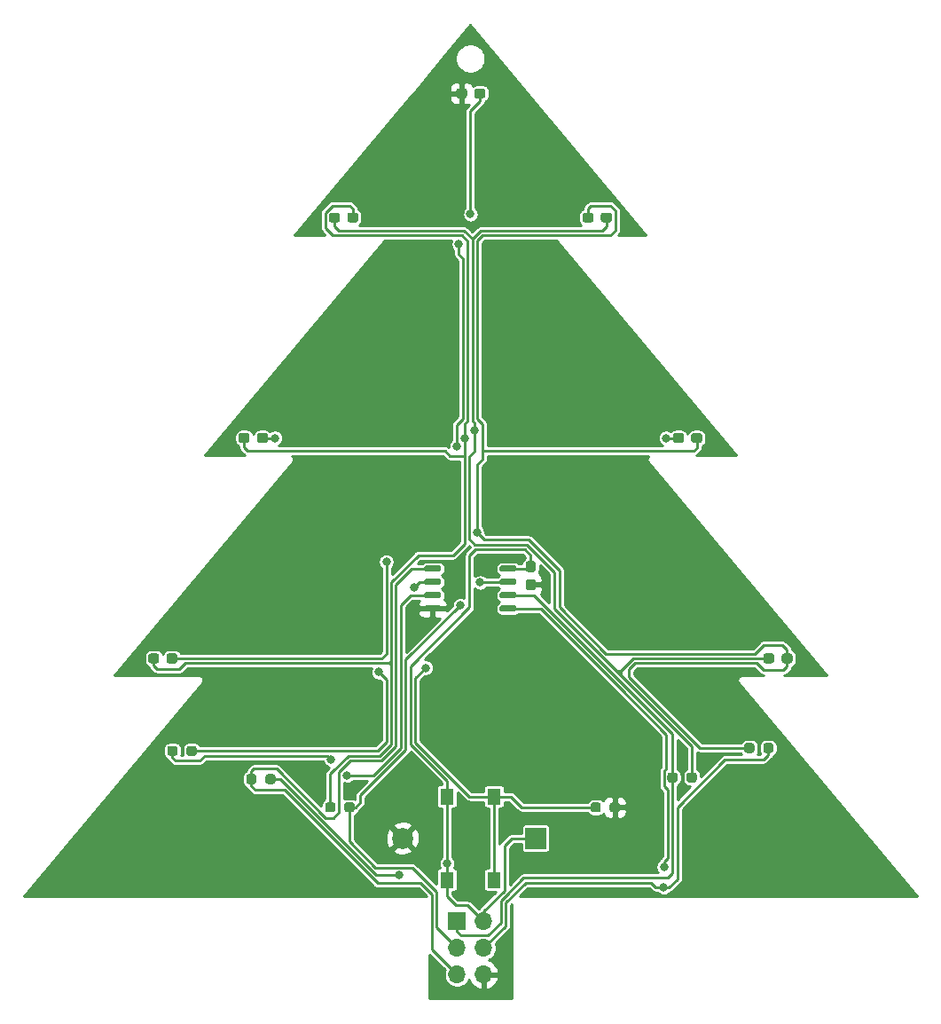
<source format=gtl>
G04 #@! TF.GenerationSoftware,KiCad,Pcbnew,(5.1.10-1-10_14)*
G04 #@! TF.CreationDate,2021-11-27T23:13:30-07:00*
G04 #@! TF.ProjectId,ChristmasTreePCB,43687269-7374-46d6-9173-547265655043,rev?*
G04 #@! TF.SameCoordinates,Original*
G04 #@! TF.FileFunction,Copper,L1,Top*
G04 #@! TF.FilePolarity,Positive*
%FSLAX46Y46*%
G04 Gerber Fmt 4.6, Leading zero omitted, Abs format (unit mm)*
G04 Created by KiCad (PCBNEW (5.1.10-1-10_14)) date 2021-11-27 23:13:30*
%MOMM*%
%LPD*%
G01*
G04 APERTURE LIST*
G04 #@! TA.AperFunction,ComponentPad*
%ADD10R,1.700000X1.700000*%
G04 #@! TD*
G04 #@! TA.AperFunction,ComponentPad*
%ADD11O,1.700000X1.700000*%
G04 #@! TD*
G04 #@! TA.AperFunction,SMDPad,CuDef*
%ADD12R,1.300000X1.550000*%
G04 #@! TD*
G04 #@! TA.AperFunction,ComponentPad*
%ADD13R,2.000000X2.000000*%
G04 #@! TD*
G04 #@! TA.AperFunction,ComponentPad*
%ADD14C,2.000000*%
G04 #@! TD*
G04 #@! TA.AperFunction,ViaPad*
%ADD15C,0.800000*%
G04 #@! TD*
G04 #@! TA.AperFunction,Conductor*
%ADD16C,0.254000*%
G04 #@! TD*
G04 #@! TA.AperFunction,Conductor*
%ADD17C,0.100000*%
G04 #@! TD*
G04 APERTURE END LIST*
G04 #@! TA.AperFunction,SMDPad,CuDef*
G36*
G01*
X238362500Y-79104600D02*
X237887500Y-79104600D01*
G75*
G02*
X237650000Y-78867100I0J237500D01*
G01*
X237650000Y-78267100D01*
G75*
G02*
X237887500Y-78029600I237500J0D01*
G01*
X238362500Y-78029600D01*
G75*
G02*
X238600000Y-78267100I0J-237500D01*
G01*
X238600000Y-78867100D01*
G75*
G02*
X238362500Y-79104600I-237500J0D01*
G01*
G37*
G04 #@! TD.AperFunction*
G04 #@! TA.AperFunction,SMDPad,CuDef*
G36*
G01*
X238362500Y-77379600D02*
X237887500Y-77379600D01*
G75*
G02*
X237650000Y-77142100I0J237500D01*
G01*
X237650000Y-76542100D01*
G75*
G02*
X237887500Y-76304600I237500J0D01*
G01*
X238362500Y-76304600D01*
G75*
G02*
X238600000Y-76542100I0J-237500D01*
G01*
X238600000Y-77142100D01*
G75*
G02*
X238362500Y-77379600I-237500J0D01*
G01*
G37*
G04 #@! TD.AperFunction*
G04 #@! TA.AperFunction,SMDPad,CuDef*
G36*
G01*
X230981700Y-31940900D02*
X230981700Y-31465900D01*
G75*
G02*
X231219200Y-31228400I237500J0D01*
G01*
X231794200Y-31228400D01*
G75*
G02*
X232031700Y-31465900I0J-237500D01*
G01*
X232031700Y-31940900D01*
G75*
G02*
X231794200Y-32178400I-237500J0D01*
G01*
X231219200Y-32178400D01*
G75*
G02*
X230981700Y-31940900I0J237500D01*
G01*
G37*
G04 #@! TD.AperFunction*
G04 #@! TA.AperFunction,SMDPad,CuDef*
G36*
G01*
X232731700Y-31940900D02*
X232731700Y-31465900D01*
G75*
G02*
X232969200Y-31228400I237500J0D01*
G01*
X233544200Y-31228400D01*
G75*
G02*
X233781700Y-31465900I0J-237500D01*
G01*
X233781700Y-31940900D01*
G75*
G02*
X233544200Y-32178400I-237500J0D01*
G01*
X232969200Y-32178400D01*
G75*
G02*
X232731700Y-31940900I0J237500D01*
G01*
G37*
G04 #@! TD.AperFunction*
G04 #@! TA.AperFunction,SMDPad,CuDef*
G36*
G01*
X261369500Y-85368100D02*
X261369500Y-85843100D01*
G75*
G02*
X261132000Y-86080600I-237500J0D01*
G01*
X260557000Y-86080600D01*
G75*
G02*
X260319500Y-85843100I0J237500D01*
G01*
X260319500Y-85368100D01*
G75*
G02*
X260557000Y-85130600I237500J0D01*
G01*
X261132000Y-85130600D01*
G75*
G02*
X261369500Y-85368100I0J-237500D01*
G01*
G37*
G04 #@! TD.AperFunction*
G04 #@! TA.AperFunction,SMDPad,CuDef*
G36*
G01*
X263119500Y-85368100D02*
X263119500Y-85843100D01*
G75*
G02*
X262882000Y-86080600I-237500J0D01*
G01*
X262307000Y-86080600D01*
G75*
G02*
X262069500Y-85843100I0J237500D01*
G01*
X262069500Y-85368100D01*
G75*
G02*
X262307000Y-85130600I237500J0D01*
G01*
X262882000Y-85130600D01*
G75*
G02*
X263119500Y-85368100I0J-237500D01*
G01*
G37*
G04 #@! TD.AperFunction*
G04 #@! TA.AperFunction,SMDPad,CuDef*
G36*
G01*
X218854100Y-43781100D02*
X218854100Y-43306100D01*
G75*
G02*
X219091600Y-43068600I237500J0D01*
G01*
X219666600Y-43068600D01*
G75*
G02*
X219904100Y-43306100I0J-237500D01*
G01*
X219904100Y-43781100D01*
G75*
G02*
X219666600Y-44018600I-237500J0D01*
G01*
X219091600Y-44018600D01*
G75*
G02*
X218854100Y-43781100I0J237500D01*
G01*
G37*
G04 #@! TD.AperFunction*
G04 #@! TA.AperFunction,SMDPad,CuDef*
G36*
G01*
X220604100Y-43781100D02*
X220604100Y-43306100D01*
G75*
G02*
X220841600Y-43068600I237500J0D01*
G01*
X221416600Y-43068600D01*
G75*
G02*
X221654100Y-43306100I0J-237500D01*
G01*
X221654100Y-43781100D01*
G75*
G02*
X221416600Y-44018600I-237500J0D01*
G01*
X220841600Y-44018600D01*
G75*
G02*
X220604100Y-43781100I0J237500D01*
G01*
G37*
G04 #@! TD.AperFunction*
G04 #@! TA.AperFunction,SMDPad,CuDef*
G36*
G01*
X244114300Y-43306100D02*
X244114300Y-43781100D01*
G75*
G02*
X243876800Y-44018600I-237500J0D01*
G01*
X243301800Y-44018600D01*
G75*
G02*
X243064300Y-43781100I0J237500D01*
G01*
X243064300Y-43306100D01*
G75*
G02*
X243301800Y-43068600I237500J0D01*
G01*
X243876800Y-43068600D01*
G75*
G02*
X244114300Y-43306100I0J-237500D01*
G01*
G37*
G04 #@! TD.AperFunction*
G04 #@! TA.AperFunction,SMDPad,CuDef*
G36*
G01*
X245864300Y-43306100D02*
X245864300Y-43781100D01*
G75*
G02*
X245626800Y-44018600I-237500J0D01*
G01*
X245051800Y-44018600D01*
G75*
G02*
X244814300Y-43781100I0J237500D01*
G01*
X244814300Y-43306100D01*
G75*
G02*
X245051800Y-43068600I237500J0D01*
G01*
X245626800Y-43068600D01*
G75*
G02*
X245864300Y-43306100I0J-237500D01*
G01*
G37*
G04 #@! TD.AperFunction*
G04 #@! TA.AperFunction,SMDPad,CuDef*
G36*
G01*
X210226500Y-64809100D02*
X210226500Y-64334100D01*
G75*
G02*
X210464000Y-64096600I237500J0D01*
G01*
X211039000Y-64096600D01*
G75*
G02*
X211276500Y-64334100I0J-237500D01*
G01*
X211276500Y-64809100D01*
G75*
G02*
X211039000Y-65046600I-237500J0D01*
G01*
X210464000Y-65046600D01*
G75*
G02*
X210226500Y-64809100I0J237500D01*
G01*
G37*
G04 #@! TD.AperFunction*
G04 #@! TA.AperFunction,SMDPad,CuDef*
G36*
G01*
X211976500Y-64809100D02*
X211976500Y-64334100D01*
G75*
G02*
X212214000Y-64096600I237500J0D01*
G01*
X212789000Y-64096600D01*
G75*
G02*
X213026500Y-64334100I0J-237500D01*
G01*
X213026500Y-64809100D01*
G75*
G02*
X212789000Y-65046600I-237500J0D01*
G01*
X212214000Y-65046600D01*
G75*
G02*
X211976500Y-64809100I0J237500D01*
G01*
G37*
G04 #@! TD.AperFunction*
G04 #@! TA.AperFunction,SMDPad,CuDef*
G36*
G01*
X252741900Y-64334100D02*
X252741900Y-64809100D01*
G75*
G02*
X252504400Y-65046600I-237500J0D01*
G01*
X251929400Y-65046600D01*
G75*
G02*
X251691900Y-64809100I0J237500D01*
G01*
X251691900Y-64334100D01*
G75*
G02*
X251929400Y-64096600I237500J0D01*
G01*
X252504400Y-64096600D01*
G75*
G02*
X252741900Y-64334100I0J-237500D01*
G01*
G37*
G04 #@! TD.AperFunction*
G04 #@! TA.AperFunction,SMDPad,CuDef*
G36*
G01*
X254491900Y-64334100D02*
X254491900Y-64809100D01*
G75*
G02*
X254254400Y-65046600I-237500J0D01*
G01*
X253679400Y-65046600D01*
G75*
G02*
X253441900Y-64809100I0J237500D01*
G01*
X253441900Y-64334100D01*
G75*
G02*
X253679400Y-64096600I237500J0D01*
G01*
X254254400Y-64096600D01*
G75*
G02*
X254491900Y-64334100I0J-237500D01*
G01*
G37*
G04 #@! TD.AperFunction*
G04 #@! TA.AperFunction,SMDPad,CuDef*
G36*
G01*
X201598900Y-85843100D02*
X201598900Y-85368100D01*
G75*
G02*
X201836400Y-85130600I237500J0D01*
G01*
X202411400Y-85130600D01*
G75*
G02*
X202648900Y-85368100I0J-237500D01*
G01*
X202648900Y-85843100D01*
G75*
G02*
X202411400Y-86080600I-237500J0D01*
G01*
X201836400Y-86080600D01*
G75*
G02*
X201598900Y-85843100I0J237500D01*
G01*
G37*
G04 #@! TD.AperFunction*
G04 #@! TA.AperFunction,SMDPad,CuDef*
G36*
G01*
X203348900Y-85843100D02*
X203348900Y-85368100D01*
G75*
G02*
X203586400Y-85130600I237500J0D01*
G01*
X204161400Y-85130600D01*
G75*
G02*
X204398900Y-85368100I0J-237500D01*
G01*
X204398900Y-85843100D01*
G75*
G02*
X204161400Y-86080600I-237500J0D01*
G01*
X203586400Y-86080600D01*
G75*
G02*
X203348900Y-85843100I0J237500D01*
G01*
G37*
G04 #@! TD.AperFunction*
D10*
X231084200Y-110697000D03*
D11*
X233624200Y-110697000D03*
X231084200Y-113237000D03*
X233624200Y-113237000D03*
X231084200Y-115777000D03*
X233624200Y-115777000D03*
G04 #@! TA.AperFunction,SMDPad,CuDef*
G36*
G01*
X213761334Y-96884934D02*
X213761334Y-97359934D01*
G75*
G02*
X213523834Y-97597434I-237500J0D01*
G01*
X213023834Y-97597434D01*
G75*
G02*
X212786334Y-97359934I0J237500D01*
G01*
X212786334Y-96884934D01*
G75*
G02*
X213023834Y-96647434I237500J0D01*
G01*
X213523834Y-96647434D01*
G75*
G02*
X213761334Y-96884934I0J-237500D01*
G01*
G37*
G04 #@! TD.AperFunction*
G04 #@! TA.AperFunction,SMDPad,CuDef*
G36*
G01*
X211936334Y-96884934D02*
X211936334Y-97359934D01*
G75*
G02*
X211698834Y-97597434I-237500J0D01*
G01*
X211198834Y-97597434D01*
G75*
G02*
X210961334Y-97359934I0J237500D01*
G01*
X210961334Y-96884934D01*
G75*
G02*
X211198834Y-96647434I237500J0D01*
G01*
X211698834Y-96647434D01*
G75*
G02*
X211936334Y-96884934I0J-237500D01*
G01*
G37*
G04 #@! TD.AperFunction*
G04 #@! TA.AperFunction,SMDPad,CuDef*
G36*
G01*
X205251400Y-94667100D02*
X205251400Y-94192100D01*
G75*
G02*
X205488900Y-93954600I237500J0D01*
G01*
X205988900Y-93954600D01*
G75*
G02*
X206226400Y-94192100I0J-237500D01*
G01*
X206226400Y-94667100D01*
G75*
G02*
X205988900Y-94904600I-237500J0D01*
G01*
X205488900Y-94904600D01*
G75*
G02*
X205251400Y-94667100I0J237500D01*
G01*
G37*
G04 #@! TD.AperFunction*
G04 #@! TA.AperFunction,SMDPad,CuDef*
G36*
G01*
X203426400Y-94667100D02*
X203426400Y-94192100D01*
G75*
G02*
X203663900Y-93954600I237500J0D01*
G01*
X204163900Y-93954600D01*
G75*
G02*
X204401400Y-94192100I0J-237500D01*
G01*
X204401400Y-94667100D01*
G75*
G02*
X204163900Y-94904600I-237500J0D01*
G01*
X203663900Y-94904600D01*
G75*
G02*
X203426400Y-94667100I0J237500D01*
G01*
G37*
G04 #@! TD.AperFunction*
G04 #@! TA.AperFunction,SMDPad,CuDef*
G36*
G01*
X261292000Y-93912099D02*
X261292000Y-94387099D01*
G75*
G02*
X261054500Y-94624599I-237500J0D01*
G01*
X260554500Y-94624599D01*
G75*
G02*
X260317000Y-94387099I0J237500D01*
G01*
X260317000Y-93912099D01*
G75*
G02*
X260554500Y-93674599I237500J0D01*
G01*
X261054500Y-93674599D01*
G75*
G02*
X261292000Y-93912099I0J-237500D01*
G01*
G37*
G04 #@! TD.AperFunction*
G04 #@! TA.AperFunction,SMDPad,CuDef*
G36*
G01*
X259467000Y-93912099D02*
X259467000Y-94387099D01*
G75*
G02*
X259229500Y-94624599I-237500J0D01*
G01*
X258729500Y-94624599D01*
G75*
G02*
X258492000Y-94387099I0J237500D01*
G01*
X258492000Y-93912099D01*
G75*
G02*
X258729500Y-93674599I237500J0D01*
G01*
X259229500Y-93674599D01*
G75*
G02*
X259467000Y-93912099I0J-237500D01*
G01*
G37*
G04 #@! TD.AperFunction*
G04 #@! TA.AperFunction,SMDPad,CuDef*
G36*
G01*
X252989066Y-97219933D02*
X252989066Y-96744933D01*
G75*
G02*
X253226566Y-96507433I237500J0D01*
G01*
X253726566Y-96507433D01*
G75*
G02*
X253964066Y-96744933I0J-237500D01*
G01*
X253964066Y-97219933D01*
G75*
G02*
X253726566Y-97457433I-237500J0D01*
G01*
X253226566Y-97457433D01*
G75*
G02*
X252989066Y-97219933I0J237500D01*
G01*
G37*
G04 #@! TD.AperFunction*
G04 #@! TA.AperFunction,SMDPad,CuDef*
G36*
G01*
X251164066Y-97219933D02*
X251164066Y-96744933D01*
G75*
G02*
X251401566Y-96507433I237500J0D01*
G01*
X251901566Y-96507433D01*
G75*
G02*
X252139066Y-96744933I0J-237500D01*
G01*
X252139066Y-97219933D01*
G75*
G02*
X251901566Y-97457433I-237500J0D01*
G01*
X251401566Y-97457433D01*
G75*
G02*
X251164066Y-97219933I0J237500D01*
G01*
G37*
G04 #@! TD.AperFunction*
G04 #@! TA.AperFunction,SMDPad,CuDef*
G36*
G01*
X221296268Y-99577768D02*
X221296268Y-100052768D01*
G75*
G02*
X221058768Y-100290268I-237500J0D01*
G01*
X220558768Y-100290268D01*
G75*
G02*
X220321268Y-100052768I0J237500D01*
G01*
X220321268Y-99577768D01*
G75*
G02*
X220558768Y-99340268I237500J0D01*
G01*
X221058768Y-99340268D01*
G75*
G02*
X221296268Y-99577768I0J-237500D01*
G01*
G37*
G04 #@! TD.AperFunction*
G04 #@! TA.AperFunction,SMDPad,CuDef*
G36*
G01*
X219471268Y-99577768D02*
X219471268Y-100052768D01*
G75*
G02*
X219233768Y-100290268I-237500J0D01*
G01*
X218733768Y-100290268D01*
G75*
G02*
X218496268Y-100052768I0J237500D01*
G01*
X218496268Y-99577768D01*
G75*
G02*
X218733768Y-99340268I237500J0D01*
G01*
X219233768Y-99340268D01*
G75*
G02*
X219471268Y-99577768I0J-237500D01*
G01*
G37*
G04 #@! TD.AperFunction*
G04 #@! TA.AperFunction,SMDPad,CuDef*
G36*
G01*
X245661133Y-100052768D02*
X245661133Y-99577768D01*
G75*
G02*
X245898633Y-99340268I237500J0D01*
G01*
X246398633Y-99340268D01*
G75*
G02*
X246636133Y-99577768I0J-237500D01*
G01*
X246636133Y-100052768D01*
G75*
G02*
X246398633Y-100290268I-237500J0D01*
G01*
X245898633Y-100290268D01*
G75*
G02*
X245661133Y-100052768I0J237500D01*
G01*
G37*
G04 #@! TD.AperFunction*
G04 #@! TA.AperFunction,SMDPad,CuDef*
G36*
G01*
X243836133Y-100052768D02*
X243836133Y-99577768D01*
G75*
G02*
X244073633Y-99340268I237500J0D01*
G01*
X244573633Y-99340268D01*
G75*
G02*
X244811133Y-99577768I0J-237500D01*
G01*
X244811133Y-100052768D01*
G75*
G02*
X244573633Y-100290268I-237500J0D01*
G01*
X244073633Y-100290268D01*
G75*
G02*
X243836133Y-100052768I0J237500D01*
G01*
G37*
G04 #@! TD.AperFunction*
G04 #@! TA.AperFunction,SMDPad,CuDef*
G36*
G01*
X227959200Y-77189600D02*
X227959200Y-76889600D01*
G75*
G02*
X228109200Y-76739600I150000J0D01*
G01*
X229409200Y-76739600D01*
G75*
G02*
X229559200Y-76889600I0J-150000D01*
G01*
X229559200Y-77189600D01*
G75*
G02*
X229409200Y-77339600I-150000J0D01*
G01*
X228109200Y-77339600D01*
G75*
G02*
X227959200Y-77189600I0J150000D01*
G01*
G37*
G04 #@! TD.AperFunction*
G04 #@! TA.AperFunction,SMDPad,CuDef*
G36*
G01*
X227959200Y-78459600D02*
X227959200Y-78159600D01*
G75*
G02*
X228109200Y-78009600I150000J0D01*
G01*
X229409200Y-78009600D01*
G75*
G02*
X229559200Y-78159600I0J-150000D01*
G01*
X229559200Y-78459600D01*
G75*
G02*
X229409200Y-78609600I-150000J0D01*
G01*
X228109200Y-78609600D01*
G75*
G02*
X227959200Y-78459600I0J150000D01*
G01*
G37*
G04 #@! TD.AperFunction*
G04 #@! TA.AperFunction,SMDPad,CuDef*
G36*
G01*
X227959200Y-79729600D02*
X227959200Y-79429600D01*
G75*
G02*
X228109200Y-79279600I150000J0D01*
G01*
X229409200Y-79279600D01*
G75*
G02*
X229559200Y-79429600I0J-150000D01*
G01*
X229559200Y-79729600D01*
G75*
G02*
X229409200Y-79879600I-150000J0D01*
G01*
X228109200Y-79879600D01*
G75*
G02*
X227959200Y-79729600I0J150000D01*
G01*
G37*
G04 #@! TD.AperFunction*
G04 #@! TA.AperFunction,SMDPad,CuDef*
G36*
G01*
X227959200Y-80999600D02*
X227959200Y-80699600D01*
G75*
G02*
X228109200Y-80549600I150000J0D01*
G01*
X229409200Y-80549600D01*
G75*
G02*
X229559200Y-80699600I0J-150000D01*
G01*
X229559200Y-80999600D01*
G75*
G02*
X229409200Y-81149600I-150000J0D01*
G01*
X228109200Y-81149600D01*
G75*
G02*
X227959200Y-80999600I0J150000D01*
G01*
G37*
G04 #@! TD.AperFunction*
G04 #@! TA.AperFunction,SMDPad,CuDef*
G36*
G01*
X235159200Y-80999600D02*
X235159200Y-80699600D01*
G75*
G02*
X235309200Y-80549600I150000J0D01*
G01*
X236609200Y-80549600D01*
G75*
G02*
X236759200Y-80699600I0J-150000D01*
G01*
X236759200Y-80999600D01*
G75*
G02*
X236609200Y-81149600I-150000J0D01*
G01*
X235309200Y-81149600D01*
G75*
G02*
X235159200Y-80999600I0J150000D01*
G01*
G37*
G04 #@! TD.AperFunction*
G04 #@! TA.AperFunction,SMDPad,CuDef*
G36*
G01*
X235159200Y-79729600D02*
X235159200Y-79429600D01*
G75*
G02*
X235309200Y-79279600I150000J0D01*
G01*
X236609200Y-79279600D01*
G75*
G02*
X236759200Y-79429600I0J-150000D01*
G01*
X236759200Y-79729600D01*
G75*
G02*
X236609200Y-79879600I-150000J0D01*
G01*
X235309200Y-79879600D01*
G75*
G02*
X235159200Y-79729600I0J150000D01*
G01*
G37*
G04 #@! TD.AperFunction*
G04 #@! TA.AperFunction,SMDPad,CuDef*
G36*
G01*
X235159200Y-78459600D02*
X235159200Y-78159600D01*
G75*
G02*
X235309200Y-78009600I150000J0D01*
G01*
X236609200Y-78009600D01*
G75*
G02*
X236759200Y-78159600I0J-150000D01*
G01*
X236759200Y-78459600D01*
G75*
G02*
X236609200Y-78609600I-150000J0D01*
G01*
X235309200Y-78609600D01*
G75*
G02*
X235159200Y-78459600I0J150000D01*
G01*
G37*
G04 #@! TD.AperFunction*
G04 #@! TA.AperFunction,SMDPad,CuDef*
G36*
G01*
X235159200Y-77189600D02*
X235159200Y-76889600D01*
G75*
G02*
X235309200Y-76739600I150000J0D01*
G01*
X236609200Y-76739600D01*
G75*
G02*
X236759200Y-76889600I0J-150000D01*
G01*
X236759200Y-77189600D01*
G75*
G02*
X236609200Y-77339600I-150000J0D01*
G01*
X235309200Y-77339600D01*
G75*
G02*
X235159200Y-77189600I0J150000D01*
G01*
G37*
G04 #@! TD.AperFunction*
D12*
X234609200Y-106733101D03*
X230109200Y-106733101D03*
X230109200Y-98773101D03*
X234609200Y-98773101D03*
D13*
X238583201Y-102753101D03*
D14*
X225883201Y-102753101D03*
D15*
X225548467Y-106302533D03*
X230124000Y-105156000D03*
X232283000Y-102743000D03*
X233680000Y-76708000D03*
X239522000Y-79375000D03*
X264414000Y-86360000D03*
X272669000Y-107315000D03*
X255905000Y-65405000D03*
X247713500Y-44577000D03*
X217233500Y-44450000D03*
X208788000Y-65405000D03*
X200279000Y-86360000D03*
X191643000Y-107442000D03*
X252603000Y-95123000D03*
X233807000Y-80264000D03*
X235712000Y-101092000D03*
X254889000Y-95250000D03*
X230759000Y-78359000D03*
X221107000Y-97917000D03*
X232359200Y-43230800D03*
X231267000Y-46101000D03*
X231055899Y-65362101D03*
X223608989Y-86906011D03*
X213685400Y-64571600D03*
X232791000Y-63817500D03*
X232971990Y-73606010D03*
X224335990Y-76400010D03*
X251023400Y-64571600D03*
X231782900Y-64571600D03*
X231394000Y-80518000D03*
X233299000Y-78359000D03*
X250837056Y-105524944D03*
X250825000Y-107442000D03*
X219075000Y-95250000D03*
X220599000Y-96774000D03*
X228077900Y-86501100D03*
X226998400Y-78817600D03*
D16*
X232088100Y-109160900D02*
X230953900Y-109160900D01*
X232088100Y-109160900D02*
X233624200Y-110697000D01*
X230109200Y-108316200D02*
X230109200Y-106733101D01*
X230953900Y-109160900D02*
X230109200Y-108316200D01*
X237927500Y-77039600D02*
X238125000Y-76842100D01*
X235959200Y-77039600D02*
X237927500Y-77039600D01*
X236311499Y-102753101D02*
X235586201Y-103478399D01*
X238583201Y-102753101D02*
X236311499Y-102753101D01*
X235586201Y-107769702D02*
X233624200Y-109731703D01*
X235586201Y-103478399D02*
X235586201Y-107769702D01*
X233624200Y-109731703D02*
X233624200Y-109862700D01*
X233624200Y-110697000D02*
X233624200Y-109862700D01*
X230109200Y-106733101D02*
X230109200Y-98773101D01*
X214209368Y-97122434D02*
X218690467Y-101603533D01*
X213273834Y-97122434D02*
X214209368Y-97122434D01*
X230109200Y-97274266D02*
X226641010Y-93806076D01*
X226641010Y-86346952D02*
X232283000Y-80704962D01*
X232854500Y-75184000D02*
X237553500Y-75184000D01*
X226641010Y-93806076D02*
X226641010Y-86346952D01*
X230109200Y-98773101D02*
X230109200Y-97274266D01*
X232283000Y-75755500D02*
X232854500Y-75184000D01*
X237553500Y-75184000D02*
X238125000Y-75755500D01*
X232283000Y-80704962D02*
X232283000Y-75755500D01*
X238125000Y-75755500D02*
X238125000Y-76842100D01*
X218690467Y-101603533D02*
X219321934Y-102235000D01*
X223389467Y-106302533D02*
X225548467Y-106302533D01*
X218690467Y-101603533D02*
X223389467Y-106302533D01*
X225548467Y-106302533D02*
X225802467Y-106302533D01*
X233256700Y-31703400D02*
X233256700Y-32427300D01*
X233256700Y-31703400D02*
X233256700Y-32478100D01*
X233256700Y-32478100D02*
X232359200Y-33375600D01*
X232359200Y-33375600D02*
X232359200Y-43230800D01*
X231267000Y-47053500D02*
X231267000Y-46101000D01*
X231638490Y-47424990D02*
X231267000Y-47053500D01*
X231055899Y-63311081D02*
X231638490Y-62728490D01*
X231638490Y-62728490D02*
X231638490Y-47424990D01*
X231055899Y-65362101D02*
X231055899Y-63311081D01*
X224335990Y-87633012D02*
X223608989Y-86906011D01*
X224335990Y-93599000D02*
X224335990Y-87633012D01*
X211132400Y-94429600D02*
X211259400Y-94429600D01*
X223505390Y-94429600D02*
X224335990Y-93599000D01*
X211132400Y-94429600D02*
X223505390Y-94429600D01*
X205738900Y-94429600D02*
X211132400Y-94429600D01*
X219379100Y-44373100D02*
X219379100Y-43543600D01*
X219792980Y-44786980D02*
X219379100Y-44373100D01*
X244938980Y-44786980D02*
X239985980Y-44786980D01*
X245339300Y-44386660D02*
X244938980Y-44786980D01*
X245339300Y-43543600D02*
X245339300Y-44386660D01*
X231743567Y-44786980D02*
X219792980Y-44786980D01*
X234105020Y-44786980D02*
X239985980Y-44786980D01*
X239985980Y-44786980D02*
X239477980Y-44786980D01*
X233330434Y-44786980D02*
X234105020Y-44786980D01*
X232546511Y-45570903D02*
X233330434Y-44786980D01*
X232546510Y-45583490D02*
X232546511Y-45570903D01*
X233851020Y-44786980D02*
X234105020Y-44786980D01*
X232540077Y-45583490D02*
X231743567Y-44786980D01*
X232546510Y-45583490D02*
X232540077Y-45583490D01*
X212501500Y-64571600D02*
X213685400Y-64571600D01*
X213685400Y-64571600D02*
X213939400Y-64571600D01*
X232546511Y-45570903D02*
X232546510Y-52631990D01*
X232546510Y-62945077D02*
X232791000Y-63189567D01*
X232546510Y-52631990D02*
X232546510Y-62945077D01*
X232791000Y-63189567D02*
X232791000Y-63817500D01*
X232791000Y-63817500D02*
X232791000Y-64262000D01*
X232236910Y-66357500D02*
X232236910Y-74175900D01*
X232236910Y-74175900D02*
X232791000Y-74729990D01*
X232791000Y-65803410D02*
X232236910Y-66357500D01*
X232791000Y-63817500D02*
X232791000Y-65803410D01*
X237607490Y-74729990D02*
X237741557Y-74729991D01*
X232791000Y-74729990D02*
X237607490Y-74729990D01*
X240382783Y-80884850D02*
X240382783Y-77371217D01*
X237741557Y-74729991D02*
X240382783Y-77371217D01*
X253476566Y-93978632D02*
X252976967Y-93479033D01*
X253476566Y-96982433D02*
X253476566Y-93978632D01*
X253239367Y-93741434D02*
X252976967Y-93479033D01*
X245801467Y-86303533D02*
X240382783Y-80884850D01*
X246527120Y-87002033D02*
X246499967Y-87002033D01*
X260844500Y-85605600D02*
X247923553Y-85605600D01*
X246690467Y-86838687D02*
X246711077Y-86818077D01*
X246690467Y-87192533D02*
X246690467Y-86838687D01*
X246711077Y-86818077D02*
X246527120Y-87002033D01*
X247923553Y-85605600D02*
X246711077Y-86818077D01*
X252976967Y-93479033D02*
X246690467Y-87192533D01*
X246690467Y-87192533D02*
X246499967Y-87002033D01*
X246316011Y-86818077D02*
X246309467Y-86811533D01*
X246711077Y-86818077D02*
X246316011Y-86818077D01*
X246309467Y-86811533D02*
X245801467Y-86303533D01*
X246499967Y-87002033D02*
X246309467Y-86811533D01*
X243589300Y-42668700D02*
X243589300Y-43543600D01*
X243840000Y-42418000D02*
X243589300Y-42668700D01*
X246191310Y-42864310D02*
X245745000Y-42418000D01*
X246191310Y-44765690D02*
X246191310Y-42864310D01*
X245745000Y-42418000D02*
X243840000Y-42418000D01*
X245716010Y-45240990D02*
X246191310Y-44765690D01*
X234178030Y-45240990D02*
X234540010Y-45240990D01*
X234540010Y-45240990D02*
X245716010Y-45240990D01*
X233000520Y-45758960D02*
X233000520Y-62757020D01*
X233518490Y-45240990D02*
X233000520Y-45758960D01*
X234540010Y-45240990D02*
X233518490Y-45240990D01*
X233000520Y-62757020D02*
X233362500Y-63119000D01*
X253966900Y-64571600D02*
X253966900Y-65498900D01*
X253966900Y-65498900D02*
X253679800Y-65786000D01*
X253679800Y-65786000D02*
X233610002Y-65786000D01*
X232971990Y-67109990D02*
X232971990Y-73606010D01*
X233518001Y-66563979D02*
X232971990Y-67109990D01*
X233518001Y-63274501D02*
X233518001Y-66563979D01*
X233000520Y-62757020D02*
X233518001Y-63274501D01*
X203873900Y-85605600D02*
X222242400Y-85605600D01*
X222242400Y-85605600D02*
X223385400Y-85605600D01*
X223893400Y-85605600D02*
X224335990Y-85163010D01*
X224335990Y-85163010D02*
X224335990Y-76400010D01*
X222242400Y-85605600D02*
X223893400Y-85605600D01*
X237419437Y-74275980D02*
X233641960Y-74275980D01*
X237929614Y-74275982D02*
X237419437Y-74275980D01*
X233641960Y-74275980D02*
X232971990Y-73606010D01*
X240836793Y-77183161D02*
X237929614Y-74275982D01*
X262128000Y-84328000D02*
X260350000Y-84328000D01*
X259526410Y-85151590D02*
X245291589Y-85151590D01*
X240836793Y-80696794D02*
X240836793Y-77183161D01*
X262594500Y-84794500D02*
X262128000Y-84328000D01*
X245291589Y-85151590D02*
X240836793Y-80696794D01*
X260350000Y-84328000D02*
X259526410Y-85151590D01*
X262594500Y-85605600D02*
X262594500Y-84794500D01*
X262255000Y-86741000D02*
X262594500Y-86401500D01*
X259668610Y-86059610D02*
X260350000Y-86741000D01*
X247523000Y-86648220D02*
X248111610Y-86059610D01*
X247523000Y-87383000D02*
X247523000Y-86648220D01*
X262594500Y-86401500D02*
X262594500Y-85605600D01*
X248111610Y-86059610D02*
X259668610Y-86059610D01*
X254289599Y-94149599D02*
X247523000Y-87383000D01*
X260350000Y-86741000D02*
X262255000Y-86741000D01*
X258979500Y-94149599D02*
X254289599Y-94149599D01*
X252216900Y-64571600D02*
X251023400Y-64571600D01*
X224790000Y-86995000D02*
X224790000Y-87103780D01*
X251023400Y-64571600D02*
X250896400Y-64571600D01*
X220853000Y-42418000D02*
X221129100Y-42694100D01*
X219181360Y-42418000D02*
X220853000Y-42418000D01*
X218527090Y-43072270D02*
X219181360Y-42418000D01*
X218527090Y-44537090D02*
X218527090Y-43072270D01*
X219230990Y-45240990D02*
X218527090Y-44537090D01*
X221129100Y-42694100D02*
X221129100Y-43543600D01*
X231555510Y-45240990D02*
X219230990Y-45240990D01*
X232092500Y-45777980D02*
X231555510Y-45240990D01*
X231782900Y-63226146D02*
X232092500Y-62916546D01*
X232092500Y-62916546D02*
X232092500Y-45777980D01*
X231782900Y-64571600D02*
X231782900Y-63226146D01*
X231782900Y-64571600D02*
X231782900Y-66301900D01*
X231753190Y-66272190D02*
X231782900Y-66301900D01*
X230399810Y-66272190D02*
X231753190Y-66272190D01*
X210751500Y-64571600D02*
X210751500Y-65463500D01*
X210751500Y-65463500D02*
X211074000Y-65786000D01*
X229913620Y-65786000D02*
X230399810Y-66272190D01*
X211074000Y-65786000D02*
X229913620Y-65786000D01*
X202123900Y-85605600D02*
X202123900Y-86299900D01*
X219021010Y-99778026D02*
X218983768Y-99815268D01*
X231782900Y-74668100D02*
X231782900Y-66301900D01*
X224790000Y-85852000D02*
X224790000Y-78351933D01*
X224790000Y-78351933D02*
X227386433Y-75755500D01*
X230695500Y-75755500D02*
X231782900Y-74668100D01*
X202123900Y-86299900D02*
X202438000Y-86614000D01*
X224709390Y-86059610D02*
X224790000Y-85979000D01*
X204597000Y-86614000D02*
X205151390Y-86059610D01*
X202438000Y-86614000D02*
X204597000Y-86614000D01*
X224582390Y-86059610D02*
X224790000Y-85852000D01*
X224455390Y-86059610D02*
X224582390Y-86059610D01*
X224790000Y-85979000D02*
X224790000Y-85852000D01*
X205151390Y-86059610D02*
X224455390Y-86059610D01*
X224616610Y-86059610D02*
X224709390Y-86059610D01*
X224455390Y-86059610D02*
X224616610Y-86059610D01*
X224790000Y-86233000D02*
X224790000Y-85979000D01*
X224790000Y-86233000D02*
X224616610Y-86059610D01*
X224790000Y-86995000D02*
X224790000Y-86233000D01*
X227386433Y-75755500D02*
X230695500Y-75755500D01*
X220711390Y-94883610D02*
X219202000Y-96393000D01*
X223693447Y-94883610D02*
X220711390Y-94883610D01*
X224790000Y-93787057D02*
X223693447Y-94883610D01*
X224790000Y-86995000D02*
X224790000Y-93787057D01*
X218983768Y-96611231D02*
X218983768Y-99815268D01*
X219202000Y-96393000D02*
X218983768Y-96611231D01*
X235261581Y-108736388D02*
X236040211Y-107957759D01*
X231084200Y-111704200D02*
X231084200Y-110697000D01*
X231439999Y-112059999D02*
X231084200Y-111704200D01*
X234003163Y-112059999D02*
X231439999Y-112059999D01*
X235261581Y-110801581D02*
X234003163Y-112059999D01*
X235261581Y-108736388D02*
X235261581Y-110801581D01*
X238435467Y-79579600D02*
X235959200Y-79579600D01*
X251651566Y-92795699D02*
X238435467Y-79579600D01*
X251651566Y-96982433D02*
X251651566Y-92795699D01*
X251651566Y-106107434D02*
X251651566Y-96982433D01*
X251206000Y-106553000D02*
X251651566Y-106107434D01*
X237444969Y-106553000D02*
X251206000Y-106553000D01*
X235261581Y-108736388D02*
X237444969Y-106553000D01*
X235909800Y-78359000D02*
X235959200Y-78309600D01*
X233299000Y-78359000D02*
X235909800Y-78359000D01*
X226187000Y-94316255D02*
X226187000Y-85725000D01*
X226187000Y-85725000D02*
X231394000Y-80518000D01*
X220808768Y-99815268D02*
X221367732Y-99815268D01*
X221846628Y-99336372D02*
X221846628Y-98656628D01*
X221367732Y-99815268D02*
X221846628Y-99336372D01*
X221846628Y-98656628D02*
X226187000Y-94316255D01*
X220808768Y-103079768D02*
X220808768Y-99815268D01*
X223304532Y-105575532D02*
X220808768Y-103079768D01*
X226795377Y-105575532D02*
X223304532Y-105575532D01*
X229132199Y-107912354D02*
X226795377Y-105575532D01*
X229132199Y-111284999D02*
X229132199Y-107912354D01*
X231084200Y-113237000D02*
X229132199Y-111284999D01*
X233624200Y-113237000D02*
X235715591Y-111145609D01*
X235959200Y-80849600D02*
X239063400Y-80849600D01*
X246619900Y-88406100D02*
X246963143Y-88749343D01*
X239063400Y-80849600D02*
X246619900Y-88406100D01*
X250837056Y-96511103D02*
X250837056Y-97453763D01*
X235715591Y-109089409D02*
X235715591Y-108962409D01*
X235715591Y-109089409D02*
X235715591Y-108924444D01*
X235715591Y-111145609D02*
X235715591Y-109216409D01*
X235715591Y-109216409D02*
X235715591Y-108924444D01*
X235715591Y-109216409D02*
X235715591Y-109089409D01*
X235715591Y-108924444D02*
X237633025Y-107007010D01*
X249100990Y-107007010D02*
X249628010Y-107007010D01*
X237633025Y-107007010D02*
X249100990Y-107007010D01*
X249100990Y-107007010D02*
X249428000Y-107007010D01*
X249628010Y-107007010D02*
X250063000Y-107442000D01*
X250063000Y-107442000D02*
X250825000Y-107442000D01*
X250825000Y-107442000D02*
X251333000Y-107442000D01*
X251333000Y-107442000D02*
X252105576Y-106669424D01*
X252105576Y-106669424D02*
X252105576Y-100446424D01*
X252105576Y-100446424D02*
X252105576Y-100319424D01*
X256667000Y-95250000D02*
X252105576Y-99811424D01*
X260350000Y-95250000D02*
X256667000Y-95250000D01*
X260804500Y-94795500D02*
X260350000Y-95250000D01*
X252105576Y-99811424D02*
X252105576Y-100446424D01*
X260804500Y-94149599D02*
X260804500Y-94795500D01*
X250837056Y-97810500D02*
X251197556Y-98171000D01*
X250837056Y-96380944D02*
X250837056Y-97810500D01*
X251079000Y-96139000D02*
X250837056Y-96380944D01*
X251079000Y-92865198D02*
X251079000Y-96139000D01*
X246619901Y-88406100D02*
X251079000Y-92865198D01*
X246619900Y-88406100D02*
X246619901Y-88406100D01*
X250837056Y-105524944D02*
X250837056Y-105000056D01*
X250837056Y-105000056D02*
X251197556Y-104639556D01*
X251197556Y-98171000D02*
X251197556Y-104639556D01*
X211448834Y-97122434D02*
X211448834Y-97796166D01*
X211448834Y-97796166D02*
X211461166Y-97796166D01*
X228678189Y-113370989D02*
X231084200Y-115777000D01*
X228678189Y-108100411D02*
X228678189Y-113370989D01*
X227613378Y-107035600D02*
X228678189Y-108100411D01*
X223480468Y-107035600D02*
X227613378Y-107035600D01*
X214597192Y-98152324D02*
X223480468Y-107035600D01*
X211804992Y-98152324D02*
X214597192Y-98152324D01*
X211448834Y-97796166D02*
X211804992Y-98152324D01*
X226744400Y-77039600D02*
X228759200Y-77039600D01*
X225244010Y-78539990D02*
X226744400Y-77039600D01*
X225244010Y-93975114D02*
X225244010Y-78539990D01*
X219798278Y-100286598D02*
X219798278Y-96438788D01*
X223881504Y-95337620D02*
X225244010Y-93975114D01*
X211448834Y-97122434D02*
X211448834Y-96386834D01*
X218567000Y-100838000D02*
X219246876Y-100838000D01*
X220899446Y-95337620D02*
X223881504Y-95337620D01*
X219798278Y-96438788D02*
X220899446Y-95337620D01*
X219246876Y-100838000D02*
X219798278Y-100286598D01*
X213861834Y-96132834D02*
X218567000Y-100838000D01*
X211702834Y-96132834D02*
X213861834Y-96132834D01*
X211448834Y-96386834D02*
X211702834Y-96132834D01*
X203913900Y-94429600D02*
X203913900Y-95074900D01*
X206502000Y-95377000D02*
X206995390Y-94883610D01*
X204216000Y-95377000D02*
X206502000Y-95377000D01*
X203913900Y-95074900D02*
X204216000Y-95377000D01*
X225698020Y-80498980D02*
X225698020Y-94163168D01*
X226617400Y-79579600D02*
X225698020Y-80498980D01*
X228759200Y-79579600D02*
X226617400Y-79579600D01*
X206995390Y-94883610D02*
X218708610Y-94883610D01*
X218708610Y-94883610D02*
X219075000Y-95250000D01*
X219075000Y-95250000D02*
X219202000Y-95377000D01*
X223087188Y-96774000D02*
X225698020Y-94163168D01*
X220599000Y-96774000D02*
X223087188Y-96774000D01*
X234609200Y-106733101D02*
X234609200Y-98773101D01*
X244323633Y-99815268D02*
X237254668Y-99815268D01*
X236212501Y-98773101D02*
X234609200Y-98773101D01*
X237254668Y-99815268D02*
X236212501Y-98773101D01*
X227506400Y-78309600D02*
X226998400Y-78817600D01*
X228759200Y-78309600D02*
X227506400Y-78309600D01*
X227095020Y-87483980D02*
X228077900Y-86501100D01*
X227095020Y-93618020D02*
X227095020Y-87483980D01*
X232250101Y-98773101D02*
X227095020Y-93618020D01*
X234609200Y-98773101D02*
X232250101Y-98773101D01*
X236271201Y-118034200D02*
X228447200Y-118034200D01*
X228447200Y-113858420D01*
X229931613Y-115342834D01*
X229900507Y-115417931D01*
X229853200Y-115655757D01*
X229853200Y-115898243D01*
X229900507Y-116136069D01*
X229993302Y-116360097D01*
X230128020Y-116561717D01*
X230299483Y-116733180D01*
X230501103Y-116867898D01*
X230725131Y-116960693D01*
X230962957Y-117008000D01*
X231205443Y-117008000D01*
X231443269Y-116960693D01*
X231667297Y-116867898D01*
X231868917Y-116733180D01*
X232040380Y-116561717D01*
X232175098Y-116360097D01*
X232219109Y-116253846D01*
X232227375Y-116281099D01*
X232352559Y-116543920D01*
X232526612Y-116777269D01*
X232742845Y-116972178D01*
X232992948Y-117121157D01*
X233267309Y-117218481D01*
X233497200Y-117097814D01*
X233497200Y-115904000D01*
X233751200Y-115904000D01*
X233751200Y-117097814D01*
X233981091Y-117218481D01*
X234255452Y-117121157D01*
X234505555Y-116972178D01*
X234721788Y-116777269D01*
X234895841Y-116543920D01*
X235021025Y-116281099D01*
X235065676Y-116133890D01*
X234944355Y-115904000D01*
X233751200Y-115904000D01*
X233497200Y-115904000D01*
X233477200Y-115904000D01*
X233477200Y-115650000D01*
X233497200Y-115650000D01*
X233497200Y-115630000D01*
X233751200Y-115630000D01*
X233751200Y-115650000D01*
X234944355Y-115650000D01*
X235065676Y-115420110D01*
X235021025Y-115272901D01*
X234895841Y-115010080D01*
X234721788Y-114776731D01*
X234505555Y-114581822D01*
X234255452Y-114432843D01*
X234093032Y-114375228D01*
X234207297Y-114327898D01*
X234408917Y-114193180D01*
X234580380Y-114021717D01*
X234715098Y-113820097D01*
X234807893Y-113596069D01*
X234855200Y-113358243D01*
X234855200Y-113115757D01*
X234807893Y-112877931D01*
X234776787Y-112802833D01*
X236057156Y-111522464D01*
X236076539Y-111506557D01*
X236140020Y-111429204D01*
X236187192Y-111340952D01*
X236216240Y-111245194D01*
X236223591Y-111170556D01*
X236223591Y-111170553D01*
X236226048Y-111145609D01*
X236223591Y-111120665D01*
X236223591Y-109134864D01*
X236271200Y-109087255D01*
X236271201Y-118034200D01*
G04 #@! TA.AperFunction,Conductor*
D17*
G36*
X236271201Y-118034200D02*
G01*
X228447200Y-118034200D01*
X228447200Y-113858420D01*
X229931613Y-115342834D01*
X229900507Y-115417931D01*
X229853200Y-115655757D01*
X229853200Y-115898243D01*
X229900507Y-116136069D01*
X229993302Y-116360097D01*
X230128020Y-116561717D01*
X230299483Y-116733180D01*
X230501103Y-116867898D01*
X230725131Y-116960693D01*
X230962957Y-117008000D01*
X231205443Y-117008000D01*
X231443269Y-116960693D01*
X231667297Y-116867898D01*
X231868917Y-116733180D01*
X232040380Y-116561717D01*
X232175098Y-116360097D01*
X232219109Y-116253846D01*
X232227375Y-116281099D01*
X232352559Y-116543920D01*
X232526612Y-116777269D01*
X232742845Y-116972178D01*
X232992948Y-117121157D01*
X233267309Y-117218481D01*
X233497200Y-117097814D01*
X233497200Y-115904000D01*
X233751200Y-115904000D01*
X233751200Y-117097814D01*
X233981091Y-117218481D01*
X234255452Y-117121157D01*
X234505555Y-116972178D01*
X234721788Y-116777269D01*
X234895841Y-116543920D01*
X235021025Y-116281099D01*
X235065676Y-116133890D01*
X234944355Y-115904000D01*
X233751200Y-115904000D01*
X233497200Y-115904000D01*
X233477200Y-115904000D01*
X233477200Y-115650000D01*
X233497200Y-115650000D01*
X233497200Y-115630000D01*
X233751200Y-115630000D01*
X233751200Y-115650000D01*
X234944355Y-115650000D01*
X235065676Y-115420110D01*
X235021025Y-115272901D01*
X234895841Y-115010080D01*
X234721788Y-114776731D01*
X234505555Y-114581822D01*
X234255452Y-114432843D01*
X234093032Y-114375228D01*
X234207297Y-114327898D01*
X234408917Y-114193180D01*
X234580380Y-114021717D01*
X234715098Y-113820097D01*
X234807893Y-113596069D01*
X234855200Y-113358243D01*
X234855200Y-113115757D01*
X234807893Y-112877931D01*
X234776787Y-112802833D01*
X236057156Y-111522464D01*
X236076539Y-111506557D01*
X236140020Y-111429204D01*
X236187192Y-111340952D01*
X236216240Y-111245194D01*
X236223591Y-111170556D01*
X236223591Y-111170553D01*
X236226048Y-111145609D01*
X236223591Y-111120665D01*
X236223591Y-109134864D01*
X236271200Y-109087255D01*
X236271201Y-118034200D01*
G37*
G04 #@! TD.AperFunction*
D16*
X231873250Y-99114671D02*
X231889153Y-99134049D01*
X231908530Y-99149951D01*
X231966505Y-99197530D01*
X232000660Y-99215786D01*
X232054758Y-99244702D01*
X232150516Y-99273750D01*
X232225154Y-99281101D01*
X232225156Y-99281101D01*
X232250100Y-99283558D01*
X232275044Y-99281101D01*
X233576357Y-99281101D01*
X233576357Y-99548101D01*
X233583713Y-99622790D01*
X233605499Y-99694609D01*
X233640878Y-99760797D01*
X233688489Y-99818812D01*
X233746504Y-99866423D01*
X233812692Y-99901802D01*
X233884511Y-99923588D01*
X233959200Y-99930944D01*
X234101201Y-99930944D01*
X234101200Y-105575258D01*
X233959200Y-105575258D01*
X233884511Y-105582614D01*
X233812692Y-105604400D01*
X233746504Y-105639779D01*
X233688489Y-105687390D01*
X233640878Y-105745405D01*
X233605499Y-105811593D01*
X233583713Y-105883412D01*
X233576357Y-105958101D01*
X233576357Y-107508101D01*
X233583713Y-107582790D01*
X233605499Y-107654609D01*
X233640878Y-107720797D01*
X233688489Y-107778812D01*
X233746504Y-107826423D01*
X233812692Y-107861802D01*
X233884511Y-107883588D01*
X233959200Y-107890944D01*
X234746538Y-107890944D01*
X233282635Y-109354848D01*
X233263252Y-109370755D01*
X233199771Y-109448108D01*
X233162834Y-109517213D01*
X232464955Y-108819335D01*
X232449048Y-108799952D01*
X232371695Y-108736471D01*
X232283443Y-108689299D01*
X232187685Y-108660251D01*
X232113047Y-108652900D01*
X232113044Y-108652900D01*
X232088100Y-108650443D01*
X232063156Y-108652900D01*
X231164321Y-108652900D01*
X230617200Y-108105780D01*
X230617200Y-107890944D01*
X230759200Y-107890944D01*
X230833889Y-107883588D01*
X230905708Y-107861802D01*
X230971896Y-107826423D01*
X231029911Y-107778812D01*
X231077522Y-107720797D01*
X231112901Y-107654609D01*
X231134687Y-107582790D01*
X231142043Y-107508101D01*
X231142043Y-105958101D01*
X231134687Y-105883412D01*
X231112901Y-105811593D01*
X231077522Y-105745405D01*
X231029911Y-105687390D01*
X230971896Y-105639779D01*
X230905708Y-105604400D01*
X230833889Y-105582614D01*
X230781682Y-105577472D01*
X230816113Y-105525942D01*
X230874987Y-105383809D01*
X230905000Y-105232922D01*
X230905000Y-105079078D01*
X230874987Y-104928191D01*
X230816113Y-104786058D01*
X230730642Y-104658141D01*
X230621859Y-104549358D01*
X230617200Y-104546245D01*
X230617200Y-99930944D01*
X230759200Y-99930944D01*
X230833889Y-99923588D01*
X230905708Y-99901802D01*
X230971896Y-99866423D01*
X231029911Y-99818812D01*
X231077522Y-99760797D01*
X231112901Y-99694609D01*
X231134687Y-99622790D01*
X231142043Y-99548101D01*
X231142043Y-98383464D01*
X231873250Y-99114671D01*
G04 #@! TA.AperFunction,Conductor*
D17*
G36*
X231873250Y-99114671D02*
G01*
X231889153Y-99134049D01*
X231908530Y-99149951D01*
X231966505Y-99197530D01*
X232000660Y-99215786D01*
X232054758Y-99244702D01*
X232150516Y-99273750D01*
X232225154Y-99281101D01*
X232225156Y-99281101D01*
X232250100Y-99283558D01*
X232275044Y-99281101D01*
X233576357Y-99281101D01*
X233576357Y-99548101D01*
X233583713Y-99622790D01*
X233605499Y-99694609D01*
X233640878Y-99760797D01*
X233688489Y-99818812D01*
X233746504Y-99866423D01*
X233812692Y-99901802D01*
X233884511Y-99923588D01*
X233959200Y-99930944D01*
X234101201Y-99930944D01*
X234101200Y-105575258D01*
X233959200Y-105575258D01*
X233884511Y-105582614D01*
X233812692Y-105604400D01*
X233746504Y-105639779D01*
X233688489Y-105687390D01*
X233640878Y-105745405D01*
X233605499Y-105811593D01*
X233583713Y-105883412D01*
X233576357Y-105958101D01*
X233576357Y-107508101D01*
X233583713Y-107582790D01*
X233605499Y-107654609D01*
X233640878Y-107720797D01*
X233688489Y-107778812D01*
X233746504Y-107826423D01*
X233812692Y-107861802D01*
X233884511Y-107883588D01*
X233959200Y-107890944D01*
X234746538Y-107890944D01*
X233282635Y-109354848D01*
X233263252Y-109370755D01*
X233199771Y-109448108D01*
X233162834Y-109517213D01*
X232464955Y-108819335D01*
X232449048Y-108799952D01*
X232371695Y-108736471D01*
X232283443Y-108689299D01*
X232187685Y-108660251D01*
X232113047Y-108652900D01*
X232113044Y-108652900D01*
X232088100Y-108650443D01*
X232063156Y-108652900D01*
X231164321Y-108652900D01*
X230617200Y-108105780D01*
X230617200Y-107890944D01*
X230759200Y-107890944D01*
X230833889Y-107883588D01*
X230905708Y-107861802D01*
X230971896Y-107826423D01*
X231029911Y-107778812D01*
X231077522Y-107720797D01*
X231112901Y-107654609D01*
X231134687Y-107582790D01*
X231142043Y-107508101D01*
X231142043Y-105958101D01*
X231134687Y-105883412D01*
X231112901Y-105811593D01*
X231077522Y-105745405D01*
X231029911Y-105687390D01*
X230971896Y-105639779D01*
X230905708Y-105604400D01*
X230833889Y-105582614D01*
X230781682Y-105577472D01*
X230816113Y-105525942D01*
X230874987Y-105383809D01*
X230905000Y-105232922D01*
X230905000Y-105079078D01*
X230874987Y-104928191D01*
X230816113Y-104786058D01*
X230730642Y-104658141D01*
X230621859Y-104549358D01*
X230617200Y-104546245D01*
X230617200Y-99930944D01*
X230759200Y-99930944D01*
X230833889Y-99923588D01*
X230905708Y-99901802D01*
X230971896Y-99866423D01*
X231029911Y-99818812D01*
X231077522Y-99760797D01*
X231112901Y-99694609D01*
X231134687Y-99622790D01*
X231142043Y-99548101D01*
X231142043Y-98383464D01*
X231873250Y-99114671D01*
G37*
G04 #@! TD.AperFunction*
D16*
X230022959Y-66613760D02*
X230038862Y-66633138D01*
X230058239Y-66649040D01*
X230116214Y-66696619D01*
X230204465Y-66743790D01*
X230204467Y-66743791D01*
X230300225Y-66772839D01*
X230374863Y-66780190D01*
X230374865Y-66780190D01*
X230399809Y-66782647D01*
X230424753Y-66780190D01*
X231274901Y-66780190D01*
X231274900Y-74457680D01*
X230485080Y-75247500D01*
X227411377Y-75247500D01*
X227386433Y-75245043D01*
X227361489Y-75247500D01*
X227361486Y-75247500D01*
X227286848Y-75254851D01*
X227191090Y-75283899D01*
X227102838Y-75331071D01*
X227025485Y-75394552D01*
X227009578Y-75413935D01*
X224843990Y-77579523D01*
X224843990Y-76996511D01*
X224942632Y-76897869D01*
X225028103Y-76769952D01*
X225086977Y-76627819D01*
X225116990Y-76476932D01*
X225116990Y-76323088D01*
X225086977Y-76172201D01*
X225028103Y-76030068D01*
X224942632Y-75902151D01*
X224833849Y-75793368D01*
X224705932Y-75707897D01*
X224563799Y-75649023D01*
X224412912Y-75619010D01*
X224259068Y-75619010D01*
X224108181Y-75649023D01*
X223966048Y-75707897D01*
X223838131Y-75793368D01*
X223729348Y-75902151D01*
X223643877Y-76030068D01*
X223585003Y-76172201D01*
X223554990Y-76323088D01*
X223554990Y-76476932D01*
X223585003Y-76627819D01*
X223643877Y-76769952D01*
X223729348Y-76897869D01*
X223827991Y-76996512D01*
X223827990Y-84952590D01*
X223682980Y-85097600D01*
X204716827Y-85097600D01*
X204677196Y-85023456D01*
X204600049Y-84929451D01*
X204506044Y-84852304D01*
X204398795Y-84794978D01*
X204282423Y-84759677D01*
X204161400Y-84747757D01*
X203586400Y-84747757D01*
X203465377Y-84759677D01*
X203349005Y-84794978D01*
X203241756Y-84852304D01*
X203147751Y-84929451D01*
X203070604Y-85023456D01*
X203013278Y-85130705D01*
X202998900Y-85178103D01*
X202984522Y-85130705D01*
X202927196Y-85023456D01*
X202850049Y-84929451D01*
X202756044Y-84852304D01*
X202648795Y-84794978D01*
X202532423Y-84759677D01*
X202411400Y-84747757D01*
X201836400Y-84747757D01*
X201715377Y-84759677D01*
X201599005Y-84794978D01*
X201491756Y-84852304D01*
X201397751Y-84929451D01*
X201320604Y-85023456D01*
X201263278Y-85130705D01*
X201227977Y-85247077D01*
X201216057Y-85368100D01*
X201216057Y-85843100D01*
X201227977Y-85964123D01*
X201263278Y-86080495D01*
X201320604Y-86187744D01*
X201397751Y-86281749D01*
X201491756Y-86358896D01*
X201599005Y-86416222D01*
X201631301Y-86426019D01*
X201640739Y-86457131D01*
X201652300Y-86495243D01*
X201699471Y-86583495D01*
X201731413Y-86622416D01*
X201762953Y-86660848D01*
X201782330Y-86676750D01*
X202061145Y-86955565D01*
X202077052Y-86974948D01*
X202126288Y-87015354D01*
X202154404Y-87038429D01*
X202242655Y-87085600D01*
X202242657Y-87085601D01*
X202338415Y-87114649D01*
X202413053Y-87122000D01*
X202413055Y-87122000D01*
X202437999Y-87124457D01*
X202462943Y-87122000D01*
X204572056Y-87122000D01*
X204597000Y-87124457D01*
X204621944Y-87122000D01*
X204621947Y-87122000D01*
X204696585Y-87114649D01*
X204792343Y-87085601D01*
X204880595Y-87038429D01*
X204957948Y-86974948D01*
X204973855Y-86955565D01*
X205361810Y-86567610D01*
X222903811Y-86567610D01*
X222858002Y-86678202D01*
X222827989Y-86829089D01*
X222827989Y-86982933D01*
X222858002Y-87133820D01*
X222916876Y-87275953D01*
X223002347Y-87403870D01*
X223111130Y-87512653D01*
X223239047Y-87598124D01*
X223381180Y-87656998D01*
X223532067Y-87687011D01*
X223671569Y-87687011D01*
X223827991Y-87843433D01*
X223827990Y-93388580D01*
X223294970Y-93921600D01*
X206544327Y-93921600D01*
X206504696Y-93847456D01*
X206427549Y-93753451D01*
X206333544Y-93676304D01*
X206226295Y-93618978D01*
X206109923Y-93583677D01*
X205988900Y-93571757D01*
X205488900Y-93571757D01*
X205367877Y-93583677D01*
X205251505Y-93618978D01*
X205144256Y-93676304D01*
X205050251Y-93753451D01*
X204973104Y-93847456D01*
X204915778Y-93954705D01*
X204880477Y-94071077D01*
X204868557Y-94192100D01*
X204868557Y-94667100D01*
X204880477Y-94788123D01*
X204905011Y-94869000D01*
X204747789Y-94869000D01*
X204772323Y-94788123D01*
X204784243Y-94667100D01*
X204784243Y-94192100D01*
X204772323Y-94071077D01*
X204737022Y-93954705D01*
X204679696Y-93847456D01*
X204602549Y-93753451D01*
X204508544Y-93676304D01*
X204401295Y-93618978D01*
X204284923Y-93583677D01*
X204163900Y-93571757D01*
X203663900Y-93571757D01*
X203542877Y-93583677D01*
X203426505Y-93618978D01*
X203319256Y-93676304D01*
X203225251Y-93753451D01*
X203148104Y-93847456D01*
X203090778Y-93954705D01*
X203055477Y-94071077D01*
X203043557Y-94192100D01*
X203043557Y-94667100D01*
X203055477Y-94788123D01*
X203090778Y-94904495D01*
X203148104Y-95011744D01*
X203225251Y-95105749D01*
X203319256Y-95182896D01*
X203426505Y-95240222D01*
X203433871Y-95242456D01*
X203442300Y-95270243D01*
X203489471Y-95358495D01*
X203537050Y-95416470D01*
X203552953Y-95435848D01*
X203572331Y-95451751D01*
X203839141Y-95718560D01*
X203855052Y-95737948D01*
X203903921Y-95778053D01*
X203932404Y-95801429D01*
X203979576Y-95826643D01*
X204020657Y-95848601D01*
X204116415Y-95877649D01*
X204191053Y-95885000D01*
X204191056Y-95885000D01*
X204216000Y-95887457D01*
X204240944Y-95885000D01*
X206477056Y-95885000D01*
X206502000Y-95887457D01*
X206526944Y-95885000D01*
X206526947Y-95885000D01*
X206601585Y-95877649D01*
X206697343Y-95848601D01*
X206785595Y-95801429D01*
X206862948Y-95737948D01*
X206878855Y-95718565D01*
X207205810Y-95391610D01*
X218306867Y-95391610D01*
X218324013Y-95477809D01*
X218382887Y-95619942D01*
X218468358Y-95747859D01*
X218577141Y-95856642D01*
X218705058Y-95942113D01*
X218847191Y-96000987D01*
X218870881Y-96005699D01*
X218642208Y-96234372D01*
X218622820Y-96250283D01*
X218559339Y-96327636D01*
X218512167Y-96415889D01*
X218483119Y-96511647D01*
X218478019Y-96563429D01*
X218473311Y-96611230D01*
X218475768Y-96636174D01*
X218475769Y-99015659D01*
X218389124Y-99061972D01*
X218295119Y-99139119D01*
X218217972Y-99233124D01*
X218160646Y-99340373D01*
X218125345Y-99456745D01*
X218113425Y-99577768D01*
X218113425Y-99666005D01*
X214238689Y-95791269D01*
X214222782Y-95771886D01*
X214145429Y-95708405D01*
X214057177Y-95661233D01*
X213961419Y-95632185D01*
X213886781Y-95624834D01*
X213886778Y-95624834D01*
X213861834Y-95622377D01*
X213836890Y-95624834D01*
X211727777Y-95624834D01*
X211702833Y-95622377D01*
X211677889Y-95624834D01*
X211677887Y-95624834D01*
X211603249Y-95632185D01*
X211507491Y-95661233D01*
X211419239Y-95708405D01*
X211341886Y-95771886D01*
X211325979Y-95791269D01*
X211107264Y-96009984D01*
X211087887Y-96025886D01*
X211071985Y-96045263D01*
X211071984Y-96045264D01*
X211024405Y-96103239D01*
X210990133Y-96167358D01*
X210977234Y-96191491D01*
X210949973Y-96281360D01*
X210948186Y-96287250D01*
X210944896Y-96320655D01*
X210854190Y-96369138D01*
X210760185Y-96446285D01*
X210683038Y-96540290D01*
X210625712Y-96647539D01*
X210590411Y-96763911D01*
X210578491Y-96884934D01*
X210578491Y-97359934D01*
X210590411Y-97480957D01*
X210625712Y-97597329D01*
X210683038Y-97704578D01*
X210760185Y-97798583D01*
X210854190Y-97875730D01*
X210959126Y-97931820D01*
X210977233Y-97991509D01*
X211024405Y-98079761D01*
X211087886Y-98157114D01*
X211107268Y-98173020D01*
X211428141Y-98493894D01*
X211444044Y-98513272D01*
X211463421Y-98529174D01*
X211521396Y-98576753D01*
X211609647Y-98623924D01*
X211609649Y-98623925D01*
X211705407Y-98652973D01*
X211780045Y-98660324D01*
X211780047Y-98660324D01*
X211804991Y-98662781D01*
X211829935Y-98660324D01*
X214386772Y-98660324D01*
X223103617Y-107377170D01*
X223119520Y-107396548D01*
X223138897Y-107412450D01*
X223196872Y-107460029D01*
X223231637Y-107478611D01*
X223285125Y-107507201D01*
X223380883Y-107536249D01*
X223455521Y-107543600D01*
X223455523Y-107543600D01*
X223480467Y-107546057D01*
X223505411Y-107543600D01*
X227402958Y-107543600D01*
X228156736Y-108297379D01*
X228120790Y-108286475D01*
X228061141Y-108280600D01*
X228061140Y-108280600D01*
X228041200Y-108278636D01*
X228021259Y-108280600D01*
X189718845Y-108280600D01*
X206763236Y-87945219D01*
X206764874Y-87943874D01*
X206788893Y-87914608D01*
X206800366Y-87900919D01*
X206801555Y-87899179D01*
X206815610Y-87882053D01*
X206824067Y-87866231D01*
X206834180Y-87851430D01*
X206842865Y-87831063D01*
X206853310Y-87811521D01*
X206858517Y-87794355D01*
X206865549Y-87777864D01*
X206870095Y-87756188D01*
X206876525Y-87734990D01*
X206878283Y-87717146D01*
X206881964Y-87699591D01*
X206882193Y-87677442D01*
X206884364Y-87655400D01*
X206882606Y-87637547D01*
X206882791Y-87619621D01*
X206878697Y-87597861D01*
X206876525Y-87575810D01*
X206871318Y-87558646D01*
X206868003Y-87541025D01*
X206859741Y-87520479D01*
X206853310Y-87499279D01*
X206844854Y-87483459D01*
X206838165Y-87466825D01*
X206826056Y-87448290D01*
X206815610Y-87428747D01*
X206804227Y-87414876D01*
X206794424Y-87399872D01*
X206778933Y-87384056D01*
X206764874Y-87366926D01*
X206751006Y-87355544D01*
X206738462Y-87342738D01*
X206720184Y-87330249D01*
X206703053Y-87316190D01*
X206687226Y-87307731D01*
X206672429Y-87297620D01*
X206652067Y-87288938D01*
X206632521Y-87278490D01*
X206615351Y-87273282D01*
X206598863Y-87266251D01*
X206577190Y-87261706D01*
X206555990Y-87255275D01*
X206538145Y-87253517D01*
X206520591Y-87249836D01*
X206498442Y-87249607D01*
X206496341Y-87249400D01*
X206478430Y-87249400D01*
X206440620Y-87249009D01*
X206438542Y-87249400D01*
X198346445Y-87249400D01*
X215390836Y-66914019D01*
X215392474Y-66912674D01*
X215416493Y-66883408D01*
X215427966Y-66869719D01*
X215429155Y-66867979D01*
X215443210Y-66850853D01*
X215451667Y-66835031D01*
X215461780Y-66820230D01*
X215470465Y-66799863D01*
X215480910Y-66780321D01*
X215486117Y-66763155D01*
X215493149Y-66746664D01*
X215497695Y-66724988D01*
X215504125Y-66703790D01*
X215505883Y-66685946D01*
X215509564Y-66668391D01*
X215509793Y-66646242D01*
X215511964Y-66624200D01*
X215510206Y-66606347D01*
X215510391Y-66588421D01*
X215506297Y-66566661D01*
X215504125Y-66544610D01*
X215498918Y-66527446D01*
X215495603Y-66509825D01*
X215487341Y-66489279D01*
X215480910Y-66468079D01*
X215472454Y-66452259D01*
X215465765Y-66435625D01*
X215453656Y-66417090D01*
X215443210Y-66397547D01*
X215431827Y-66383676D01*
X215422024Y-66368672D01*
X215406533Y-66352856D01*
X215392474Y-66335726D01*
X215378606Y-66324344D01*
X215366062Y-66311538D01*
X215347784Y-66299049D01*
X215341632Y-66294000D01*
X229703200Y-66294000D01*
X230022959Y-66613760D01*
G04 #@! TA.AperFunction,Conductor*
D17*
G36*
X230022959Y-66613760D02*
G01*
X230038862Y-66633138D01*
X230058239Y-66649040D01*
X230116214Y-66696619D01*
X230204465Y-66743790D01*
X230204467Y-66743791D01*
X230300225Y-66772839D01*
X230374863Y-66780190D01*
X230374865Y-66780190D01*
X230399809Y-66782647D01*
X230424753Y-66780190D01*
X231274901Y-66780190D01*
X231274900Y-74457680D01*
X230485080Y-75247500D01*
X227411377Y-75247500D01*
X227386433Y-75245043D01*
X227361489Y-75247500D01*
X227361486Y-75247500D01*
X227286848Y-75254851D01*
X227191090Y-75283899D01*
X227102838Y-75331071D01*
X227025485Y-75394552D01*
X227009578Y-75413935D01*
X224843990Y-77579523D01*
X224843990Y-76996511D01*
X224942632Y-76897869D01*
X225028103Y-76769952D01*
X225086977Y-76627819D01*
X225116990Y-76476932D01*
X225116990Y-76323088D01*
X225086977Y-76172201D01*
X225028103Y-76030068D01*
X224942632Y-75902151D01*
X224833849Y-75793368D01*
X224705932Y-75707897D01*
X224563799Y-75649023D01*
X224412912Y-75619010D01*
X224259068Y-75619010D01*
X224108181Y-75649023D01*
X223966048Y-75707897D01*
X223838131Y-75793368D01*
X223729348Y-75902151D01*
X223643877Y-76030068D01*
X223585003Y-76172201D01*
X223554990Y-76323088D01*
X223554990Y-76476932D01*
X223585003Y-76627819D01*
X223643877Y-76769952D01*
X223729348Y-76897869D01*
X223827991Y-76996512D01*
X223827990Y-84952590D01*
X223682980Y-85097600D01*
X204716827Y-85097600D01*
X204677196Y-85023456D01*
X204600049Y-84929451D01*
X204506044Y-84852304D01*
X204398795Y-84794978D01*
X204282423Y-84759677D01*
X204161400Y-84747757D01*
X203586400Y-84747757D01*
X203465377Y-84759677D01*
X203349005Y-84794978D01*
X203241756Y-84852304D01*
X203147751Y-84929451D01*
X203070604Y-85023456D01*
X203013278Y-85130705D01*
X202998900Y-85178103D01*
X202984522Y-85130705D01*
X202927196Y-85023456D01*
X202850049Y-84929451D01*
X202756044Y-84852304D01*
X202648795Y-84794978D01*
X202532423Y-84759677D01*
X202411400Y-84747757D01*
X201836400Y-84747757D01*
X201715377Y-84759677D01*
X201599005Y-84794978D01*
X201491756Y-84852304D01*
X201397751Y-84929451D01*
X201320604Y-85023456D01*
X201263278Y-85130705D01*
X201227977Y-85247077D01*
X201216057Y-85368100D01*
X201216057Y-85843100D01*
X201227977Y-85964123D01*
X201263278Y-86080495D01*
X201320604Y-86187744D01*
X201397751Y-86281749D01*
X201491756Y-86358896D01*
X201599005Y-86416222D01*
X201631301Y-86426019D01*
X201640739Y-86457131D01*
X201652300Y-86495243D01*
X201699471Y-86583495D01*
X201731413Y-86622416D01*
X201762953Y-86660848D01*
X201782330Y-86676750D01*
X202061145Y-86955565D01*
X202077052Y-86974948D01*
X202126288Y-87015354D01*
X202154404Y-87038429D01*
X202242655Y-87085600D01*
X202242657Y-87085601D01*
X202338415Y-87114649D01*
X202413053Y-87122000D01*
X202413055Y-87122000D01*
X202437999Y-87124457D01*
X202462943Y-87122000D01*
X204572056Y-87122000D01*
X204597000Y-87124457D01*
X204621944Y-87122000D01*
X204621947Y-87122000D01*
X204696585Y-87114649D01*
X204792343Y-87085601D01*
X204880595Y-87038429D01*
X204957948Y-86974948D01*
X204973855Y-86955565D01*
X205361810Y-86567610D01*
X222903811Y-86567610D01*
X222858002Y-86678202D01*
X222827989Y-86829089D01*
X222827989Y-86982933D01*
X222858002Y-87133820D01*
X222916876Y-87275953D01*
X223002347Y-87403870D01*
X223111130Y-87512653D01*
X223239047Y-87598124D01*
X223381180Y-87656998D01*
X223532067Y-87687011D01*
X223671569Y-87687011D01*
X223827991Y-87843433D01*
X223827990Y-93388580D01*
X223294970Y-93921600D01*
X206544327Y-93921600D01*
X206504696Y-93847456D01*
X206427549Y-93753451D01*
X206333544Y-93676304D01*
X206226295Y-93618978D01*
X206109923Y-93583677D01*
X205988900Y-93571757D01*
X205488900Y-93571757D01*
X205367877Y-93583677D01*
X205251505Y-93618978D01*
X205144256Y-93676304D01*
X205050251Y-93753451D01*
X204973104Y-93847456D01*
X204915778Y-93954705D01*
X204880477Y-94071077D01*
X204868557Y-94192100D01*
X204868557Y-94667100D01*
X204880477Y-94788123D01*
X204905011Y-94869000D01*
X204747789Y-94869000D01*
X204772323Y-94788123D01*
X204784243Y-94667100D01*
X204784243Y-94192100D01*
X204772323Y-94071077D01*
X204737022Y-93954705D01*
X204679696Y-93847456D01*
X204602549Y-93753451D01*
X204508544Y-93676304D01*
X204401295Y-93618978D01*
X204284923Y-93583677D01*
X204163900Y-93571757D01*
X203663900Y-93571757D01*
X203542877Y-93583677D01*
X203426505Y-93618978D01*
X203319256Y-93676304D01*
X203225251Y-93753451D01*
X203148104Y-93847456D01*
X203090778Y-93954705D01*
X203055477Y-94071077D01*
X203043557Y-94192100D01*
X203043557Y-94667100D01*
X203055477Y-94788123D01*
X203090778Y-94904495D01*
X203148104Y-95011744D01*
X203225251Y-95105749D01*
X203319256Y-95182896D01*
X203426505Y-95240222D01*
X203433871Y-95242456D01*
X203442300Y-95270243D01*
X203489471Y-95358495D01*
X203537050Y-95416470D01*
X203552953Y-95435848D01*
X203572331Y-95451751D01*
X203839141Y-95718560D01*
X203855052Y-95737948D01*
X203903921Y-95778053D01*
X203932404Y-95801429D01*
X203979576Y-95826643D01*
X204020657Y-95848601D01*
X204116415Y-95877649D01*
X204191053Y-95885000D01*
X204191056Y-95885000D01*
X204216000Y-95887457D01*
X204240944Y-95885000D01*
X206477056Y-95885000D01*
X206502000Y-95887457D01*
X206526944Y-95885000D01*
X206526947Y-95885000D01*
X206601585Y-95877649D01*
X206697343Y-95848601D01*
X206785595Y-95801429D01*
X206862948Y-95737948D01*
X206878855Y-95718565D01*
X207205810Y-95391610D01*
X218306867Y-95391610D01*
X218324013Y-95477809D01*
X218382887Y-95619942D01*
X218468358Y-95747859D01*
X218577141Y-95856642D01*
X218705058Y-95942113D01*
X218847191Y-96000987D01*
X218870881Y-96005699D01*
X218642208Y-96234372D01*
X218622820Y-96250283D01*
X218559339Y-96327636D01*
X218512167Y-96415889D01*
X218483119Y-96511647D01*
X218478019Y-96563429D01*
X218473311Y-96611230D01*
X218475768Y-96636174D01*
X218475769Y-99015659D01*
X218389124Y-99061972D01*
X218295119Y-99139119D01*
X218217972Y-99233124D01*
X218160646Y-99340373D01*
X218125345Y-99456745D01*
X218113425Y-99577768D01*
X218113425Y-99666005D01*
X214238689Y-95791269D01*
X214222782Y-95771886D01*
X214145429Y-95708405D01*
X214057177Y-95661233D01*
X213961419Y-95632185D01*
X213886781Y-95624834D01*
X213886778Y-95624834D01*
X213861834Y-95622377D01*
X213836890Y-95624834D01*
X211727777Y-95624834D01*
X211702833Y-95622377D01*
X211677889Y-95624834D01*
X211677887Y-95624834D01*
X211603249Y-95632185D01*
X211507491Y-95661233D01*
X211419239Y-95708405D01*
X211341886Y-95771886D01*
X211325979Y-95791269D01*
X211107264Y-96009984D01*
X211087887Y-96025886D01*
X211071985Y-96045263D01*
X211071984Y-96045264D01*
X211024405Y-96103239D01*
X210990133Y-96167358D01*
X210977234Y-96191491D01*
X210949973Y-96281360D01*
X210948186Y-96287250D01*
X210944896Y-96320655D01*
X210854190Y-96369138D01*
X210760185Y-96446285D01*
X210683038Y-96540290D01*
X210625712Y-96647539D01*
X210590411Y-96763911D01*
X210578491Y-96884934D01*
X210578491Y-97359934D01*
X210590411Y-97480957D01*
X210625712Y-97597329D01*
X210683038Y-97704578D01*
X210760185Y-97798583D01*
X210854190Y-97875730D01*
X210959126Y-97931820D01*
X210977233Y-97991509D01*
X211024405Y-98079761D01*
X211087886Y-98157114D01*
X211107268Y-98173020D01*
X211428141Y-98493894D01*
X211444044Y-98513272D01*
X211463421Y-98529174D01*
X211521396Y-98576753D01*
X211609647Y-98623924D01*
X211609649Y-98623925D01*
X211705407Y-98652973D01*
X211780045Y-98660324D01*
X211780047Y-98660324D01*
X211804991Y-98662781D01*
X211829935Y-98660324D01*
X214386772Y-98660324D01*
X223103617Y-107377170D01*
X223119520Y-107396548D01*
X223138897Y-107412450D01*
X223196872Y-107460029D01*
X223231637Y-107478611D01*
X223285125Y-107507201D01*
X223380883Y-107536249D01*
X223455521Y-107543600D01*
X223455523Y-107543600D01*
X223480467Y-107546057D01*
X223505411Y-107543600D01*
X227402958Y-107543600D01*
X228156736Y-108297379D01*
X228120790Y-108286475D01*
X228061141Y-108280600D01*
X228061140Y-108280600D01*
X228041200Y-108278636D01*
X228021259Y-108280600D01*
X189718845Y-108280600D01*
X206763236Y-87945219D01*
X206764874Y-87943874D01*
X206788893Y-87914608D01*
X206800366Y-87900919D01*
X206801555Y-87899179D01*
X206815610Y-87882053D01*
X206824067Y-87866231D01*
X206834180Y-87851430D01*
X206842865Y-87831063D01*
X206853310Y-87811521D01*
X206858517Y-87794355D01*
X206865549Y-87777864D01*
X206870095Y-87756188D01*
X206876525Y-87734990D01*
X206878283Y-87717146D01*
X206881964Y-87699591D01*
X206882193Y-87677442D01*
X206884364Y-87655400D01*
X206882606Y-87637547D01*
X206882791Y-87619621D01*
X206878697Y-87597861D01*
X206876525Y-87575810D01*
X206871318Y-87558646D01*
X206868003Y-87541025D01*
X206859741Y-87520479D01*
X206853310Y-87499279D01*
X206844854Y-87483459D01*
X206838165Y-87466825D01*
X206826056Y-87448290D01*
X206815610Y-87428747D01*
X206804227Y-87414876D01*
X206794424Y-87399872D01*
X206778933Y-87384056D01*
X206764874Y-87366926D01*
X206751006Y-87355544D01*
X206738462Y-87342738D01*
X206720184Y-87330249D01*
X206703053Y-87316190D01*
X206687226Y-87307731D01*
X206672429Y-87297620D01*
X206652067Y-87288938D01*
X206632521Y-87278490D01*
X206615351Y-87273282D01*
X206598863Y-87266251D01*
X206577190Y-87261706D01*
X206555990Y-87255275D01*
X206538145Y-87253517D01*
X206520591Y-87249836D01*
X206498442Y-87249607D01*
X206496341Y-87249400D01*
X206478430Y-87249400D01*
X206440620Y-87249009D01*
X206438542Y-87249400D01*
X198346445Y-87249400D01*
X215390836Y-66914019D01*
X215392474Y-66912674D01*
X215416493Y-66883408D01*
X215427966Y-66869719D01*
X215429155Y-66867979D01*
X215443210Y-66850853D01*
X215451667Y-66835031D01*
X215461780Y-66820230D01*
X215470465Y-66799863D01*
X215480910Y-66780321D01*
X215486117Y-66763155D01*
X215493149Y-66746664D01*
X215497695Y-66724988D01*
X215504125Y-66703790D01*
X215505883Y-66685946D01*
X215509564Y-66668391D01*
X215509793Y-66646242D01*
X215511964Y-66624200D01*
X215510206Y-66606347D01*
X215510391Y-66588421D01*
X215506297Y-66566661D01*
X215504125Y-66544610D01*
X215498918Y-66527446D01*
X215495603Y-66509825D01*
X215487341Y-66489279D01*
X215480910Y-66468079D01*
X215472454Y-66452259D01*
X215465765Y-66435625D01*
X215453656Y-66417090D01*
X215443210Y-66397547D01*
X215431827Y-66383676D01*
X215422024Y-66368672D01*
X215406533Y-66352856D01*
X215392474Y-66335726D01*
X215378606Y-66324344D01*
X215366062Y-66311538D01*
X215347784Y-66299049D01*
X215341632Y-66294000D01*
X229703200Y-66294000D01*
X230022959Y-66613760D01*
G37*
G04 #@! TD.AperFunction*
D16*
X259973149Y-87082570D02*
X259989052Y-87101948D01*
X260008429Y-87117850D01*
X260066404Y-87165429D01*
X260079596Y-87172480D01*
X260154657Y-87212601D01*
X260250415Y-87241649D01*
X260325053Y-87249000D01*
X260325056Y-87249000D01*
X260329116Y-87249400D01*
X258279857Y-87249400D01*
X258277779Y-87249009D01*
X258239970Y-87249400D01*
X258222059Y-87249400D01*
X258219958Y-87249607D01*
X258197809Y-87249836D01*
X258180255Y-87253517D01*
X258162410Y-87255275D01*
X258141210Y-87261706D01*
X258119537Y-87266251D01*
X258103049Y-87273282D01*
X258085879Y-87278490D01*
X258066333Y-87288938D01*
X258045971Y-87297620D01*
X258031174Y-87307731D01*
X258015347Y-87316190D01*
X257998216Y-87330249D01*
X257979938Y-87342738D01*
X257967394Y-87355544D01*
X257953526Y-87366926D01*
X257939467Y-87384056D01*
X257923976Y-87399872D01*
X257914173Y-87414876D01*
X257902790Y-87428747D01*
X257892344Y-87448290D01*
X257880235Y-87466825D01*
X257873546Y-87483459D01*
X257865090Y-87499279D01*
X257858659Y-87520479D01*
X257850397Y-87541025D01*
X257847082Y-87558646D01*
X257841875Y-87575810D01*
X257839703Y-87597861D01*
X257835609Y-87619621D01*
X257835794Y-87637547D01*
X257834036Y-87655400D01*
X257836207Y-87677442D01*
X257836436Y-87699591D01*
X257840117Y-87717145D01*
X257841875Y-87734990D01*
X257848306Y-87756190D01*
X257852851Y-87777863D01*
X257859882Y-87794351D01*
X257865090Y-87811521D01*
X257875538Y-87831067D01*
X257884220Y-87851429D01*
X257894331Y-87866227D01*
X257902790Y-87882053D01*
X257916849Y-87899184D01*
X257918034Y-87900918D01*
X257929468Y-87914560D01*
X257953526Y-87943874D01*
X257955167Y-87945221D01*
X274999554Y-108280600D01*
X237077856Y-108280600D01*
X237843446Y-107515010D01*
X249417590Y-107515010D01*
X249686145Y-107783565D01*
X249702052Y-107802948D01*
X249779405Y-107866429D01*
X249867657Y-107913601D01*
X249963415Y-107942649D01*
X250038053Y-107950000D01*
X250038056Y-107950000D01*
X250063000Y-107952457D01*
X250087944Y-107950000D01*
X250228499Y-107950000D01*
X250327141Y-108048642D01*
X250455058Y-108134113D01*
X250597191Y-108192987D01*
X250748078Y-108223000D01*
X250901922Y-108223000D01*
X251052809Y-108192987D01*
X251194942Y-108134113D01*
X251322859Y-108048642D01*
X251428444Y-107943057D01*
X251432585Y-107942649D01*
X251528343Y-107913601D01*
X251616595Y-107866429D01*
X251693948Y-107802948D01*
X251709855Y-107783565D01*
X252447146Y-107046274D01*
X252466524Y-107030372D01*
X252515742Y-106970399D01*
X252530005Y-106953020D01*
X252577176Y-106864769D01*
X252584612Y-106840257D01*
X252606225Y-106769009D01*
X252613576Y-106694371D01*
X252613576Y-106694369D01*
X252616033Y-106669425D01*
X252613576Y-106644481D01*
X252613576Y-100021844D01*
X256877420Y-95758000D01*
X260325056Y-95758000D01*
X260350000Y-95760457D01*
X260374944Y-95758000D01*
X260374947Y-95758000D01*
X260449585Y-95750649D01*
X260545343Y-95721601D01*
X260633595Y-95674429D01*
X260710948Y-95610948D01*
X260726855Y-95591566D01*
X261146070Y-95172351D01*
X261165448Y-95156448D01*
X261211899Y-95099847D01*
X261228929Y-95079096D01*
X261264929Y-95011744D01*
X261276101Y-94990843D01*
X261284731Y-94962394D01*
X261291895Y-94960221D01*
X261399144Y-94902895D01*
X261493149Y-94825748D01*
X261570296Y-94731743D01*
X261627622Y-94624494D01*
X261662923Y-94508122D01*
X261674843Y-94387099D01*
X261674843Y-93912099D01*
X261662923Y-93791076D01*
X261627622Y-93674704D01*
X261570296Y-93567455D01*
X261493149Y-93473450D01*
X261399144Y-93396303D01*
X261291895Y-93338977D01*
X261175523Y-93303676D01*
X261054500Y-93291756D01*
X260554500Y-93291756D01*
X260433477Y-93303676D01*
X260317105Y-93338977D01*
X260209856Y-93396303D01*
X260115851Y-93473450D01*
X260038704Y-93567455D01*
X259981378Y-93674704D01*
X259946077Y-93791076D01*
X259934157Y-93912099D01*
X259934157Y-94387099D01*
X259946077Y-94508122D01*
X259981378Y-94624494D01*
X260038704Y-94731743D01*
X260047122Y-94742000D01*
X259736878Y-94742000D01*
X259745296Y-94731743D01*
X259802622Y-94624494D01*
X259837923Y-94508122D01*
X259849843Y-94387099D01*
X259849843Y-93912099D01*
X259837923Y-93791076D01*
X259802622Y-93674704D01*
X259745296Y-93567455D01*
X259668149Y-93473450D01*
X259574144Y-93396303D01*
X259466895Y-93338977D01*
X259350523Y-93303676D01*
X259229500Y-93291756D01*
X258729500Y-93291756D01*
X258608477Y-93303676D01*
X258492105Y-93338977D01*
X258384856Y-93396303D01*
X258290851Y-93473450D01*
X258213704Y-93567455D01*
X258174073Y-93641599D01*
X254500020Y-93641599D01*
X248031000Y-87172580D01*
X248031000Y-86858640D01*
X248322031Y-86567610D01*
X259458190Y-86567610D01*
X259973149Y-87082570D01*
G04 #@! TA.AperFunction,Conductor*
D17*
G36*
X259973149Y-87082570D02*
G01*
X259989052Y-87101948D01*
X260008429Y-87117850D01*
X260066404Y-87165429D01*
X260079596Y-87172480D01*
X260154657Y-87212601D01*
X260250415Y-87241649D01*
X260325053Y-87249000D01*
X260325056Y-87249000D01*
X260329116Y-87249400D01*
X258279857Y-87249400D01*
X258277779Y-87249009D01*
X258239970Y-87249400D01*
X258222059Y-87249400D01*
X258219958Y-87249607D01*
X258197809Y-87249836D01*
X258180255Y-87253517D01*
X258162410Y-87255275D01*
X258141210Y-87261706D01*
X258119537Y-87266251D01*
X258103049Y-87273282D01*
X258085879Y-87278490D01*
X258066333Y-87288938D01*
X258045971Y-87297620D01*
X258031174Y-87307731D01*
X258015347Y-87316190D01*
X257998216Y-87330249D01*
X257979938Y-87342738D01*
X257967394Y-87355544D01*
X257953526Y-87366926D01*
X257939467Y-87384056D01*
X257923976Y-87399872D01*
X257914173Y-87414876D01*
X257902790Y-87428747D01*
X257892344Y-87448290D01*
X257880235Y-87466825D01*
X257873546Y-87483459D01*
X257865090Y-87499279D01*
X257858659Y-87520479D01*
X257850397Y-87541025D01*
X257847082Y-87558646D01*
X257841875Y-87575810D01*
X257839703Y-87597861D01*
X257835609Y-87619621D01*
X257835794Y-87637547D01*
X257834036Y-87655400D01*
X257836207Y-87677442D01*
X257836436Y-87699591D01*
X257840117Y-87717145D01*
X257841875Y-87734990D01*
X257848306Y-87756190D01*
X257852851Y-87777863D01*
X257859882Y-87794351D01*
X257865090Y-87811521D01*
X257875538Y-87831067D01*
X257884220Y-87851429D01*
X257894331Y-87866227D01*
X257902790Y-87882053D01*
X257916849Y-87899184D01*
X257918034Y-87900918D01*
X257929468Y-87914560D01*
X257953526Y-87943874D01*
X257955167Y-87945221D01*
X274999554Y-108280600D01*
X237077856Y-108280600D01*
X237843446Y-107515010D01*
X249417590Y-107515010D01*
X249686145Y-107783565D01*
X249702052Y-107802948D01*
X249779405Y-107866429D01*
X249867657Y-107913601D01*
X249963415Y-107942649D01*
X250038053Y-107950000D01*
X250038056Y-107950000D01*
X250063000Y-107952457D01*
X250087944Y-107950000D01*
X250228499Y-107950000D01*
X250327141Y-108048642D01*
X250455058Y-108134113D01*
X250597191Y-108192987D01*
X250748078Y-108223000D01*
X250901922Y-108223000D01*
X251052809Y-108192987D01*
X251194942Y-108134113D01*
X251322859Y-108048642D01*
X251428444Y-107943057D01*
X251432585Y-107942649D01*
X251528343Y-107913601D01*
X251616595Y-107866429D01*
X251693948Y-107802948D01*
X251709855Y-107783565D01*
X252447146Y-107046274D01*
X252466524Y-107030372D01*
X252515742Y-106970399D01*
X252530005Y-106953020D01*
X252577176Y-106864769D01*
X252584612Y-106840257D01*
X252606225Y-106769009D01*
X252613576Y-106694371D01*
X252613576Y-106694369D01*
X252616033Y-106669425D01*
X252613576Y-106644481D01*
X252613576Y-100021844D01*
X256877420Y-95758000D01*
X260325056Y-95758000D01*
X260350000Y-95760457D01*
X260374944Y-95758000D01*
X260374947Y-95758000D01*
X260449585Y-95750649D01*
X260545343Y-95721601D01*
X260633595Y-95674429D01*
X260710948Y-95610948D01*
X260726855Y-95591566D01*
X261146070Y-95172351D01*
X261165448Y-95156448D01*
X261211899Y-95099847D01*
X261228929Y-95079096D01*
X261264929Y-95011744D01*
X261276101Y-94990843D01*
X261284731Y-94962394D01*
X261291895Y-94960221D01*
X261399144Y-94902895D01*
X261493149Y-94825748D01*
X261570296Y-94731743D01*
X261627622Y-94624494D01*
X261662923Y-94508122D01*
X261674843Y-94387099D01*
X261674843Y-93912099D01*
X261662923Y-93791076D01*
X261627622Y-93674704D01*
X261570296Y-93567455D01*
X261493149Y-93473450D01*
X261399144Y-93396303D01*
X261291895Y-93338977D01*
X261175523Y-93303676D01*
X261054500Y-93291756D01*
X260554500Y-93291756D01*
X260433477Y-93303676D01*
X260317105Y-93338977D01*
X260209856Y-93396303D01*
X260115851Y-93473450D01*
X260038704Y-93567455D01*
X259981378Y-93674704D01*
X259946077Y-93791076D01*
X259934157Y-93912099D01*
X259934157Y-94387099D01*
X259946077Y-94508122D01*
X259981378Y-94624494D01*
X260038704Y-94731743D01*
X260047122Y-94742000D01*
X259736878Y-94742000D01*
X259745296Y-94731743D01*
X259802622Y-94624494D01*
X259837923Y-94508122D01*
X259849843Y-94387099D01*
X259849843Y-93912099D01*
X259837923Y-93791076D01*
X259802622Y-93674704D01*
X259745296Y-93567455D01*
X259668149Y-93473450D01*
X259574144Y-93396303D01*
X259466895Y-93338977D01*
X259350523Y-93303676D01*
X259229500Y-93291756D01*
X258729500Y-93291756D01*
X258608477Y-93303676D01*
X258492105Y-93338977D01*
X258384856Y-93396303D01*
X258290851Y-93473450D01*
X258213704Y-93567455D01*
X258174073Y-93641599D01*
X254500020Y-93641599D01*
X248031000Y-87172580D01*
X248031000Y-86858640D01*
X248322031Y-86567610D01*
X259458190Y-86567610D01*
X259973149Y-87082570D01*
G37*
G04 #@! TD.AperFunction*
D16*
X235013168Y-78902643D02*
X235091664Y-78944600D01*
X235013168Y-78986557D01*
X234932423Y-79052823D01*
X234866157Y-79133568D01*
X234816917Y-79225690D01*
X234786595Y-79325647D01*
X234776357Y-79429600D01*
X234776357Y-79729600D01*
X234786595Y-79833553D01*
X234816917Y-79933510D01*
X234866157Y-80025632D01*
X234932423Y-80106377D01*
X235013168Y-80172643D01*
X235091664Y-80214600D01*
X235013168Y-80256557D01*
X234932423Y-80322823D01*
X234866157Y-80403568D01*
X234816917Y-80495690D01*
X234786595Y-80595647D01*
X234776357Y-80699600D01*
X234776357Y-80999600D01*
X234786595Y-81103553D01*
X234816917Y-81203510D01*
X234866157Y-81295632D01*
X234932423Y-81376377D01*
X235013168Y-81442643D01*
X235105290Y-81491883D01*
X235205247Y-81522205D01*
X235309200Y-81532443D01*
X236609200Y-81532443D01*
X236713153Y-81522205D01*
X236813110Y-81491883D01*
X236905232Y-81442643D01*
X236985977Y-81376377D01*
X237001387Y-81357600D01*
X238852980Y-81357600D01*
X246243045Y-88747665D01*
X246258952Y-88767048D01*
X246278335Y-88782955D01*
X246621573Y-89126193D01*
X246621579Y-89126198D01*
X250571000Y-93075618D01*
X250571001Y-95928579D01*
X250495491Y-96004089D01*
X250476108Y-96019996D01*
X250412627Y-96097349D01*
X250365455Y-96185602D01*
X250336407Y-96281360D01*
X250331796Y-96328179D01*
X250326599Y-96380944D01*
X250329056Y-96405889D01*
X250329057Y-97785546D01*
X250326599Y-97810500D01*
X250332335Y-97868729D01*
X250336408Y-97910085D01*
X250365456Y-98005843D01*
X250412627Y-98094095D01*
X250455268Y-98146053D01*
X250476109Y-98171448D01*
X250495486Y-98187350D01*
X250689556Y-98381421D01*
X250689557Y-104429134D01*
X250495486Y-104623206D01*
X250476109Y-104639108D01*
X250460207Y-104658485D01*
X250460206Y-104658486D01*
X250412627Y-104716461D01*
X250375427Y-104786058D01*
X250365456Y-104804713D01*
X250356927Y-104832831D01*
X250336408Y-104900472D01*
X250334155Y-104923344D01*
X250230414Y-105027085D01*
X250144943Y-105155002D01*
X250086069Y-105297135D01*
X250056056Y-105448022D01*
X250056056Y-105601866D01*
X250086069Y-105752753D01*
X250144943Y-105894886D01*
X250230414Y-106022803D01*
X250252611Y-106045000D01*
X237469913Y-106045000D01*
X237444969Y-106042543D01*
X237420025Y-106045000D01*
X237420022Y-106045000D01*
X237345384Y-106052351D01*
X237249626Y-106081399D01*
X237241039Y-106085989D01*
X237161373Y-106128571D01*
X237156731Y-106132381D01*
X237084021Y-106192052D01*
X237068114Y-106211435D01*
X236094201Y-107185348D01*
X236094201Y-103688819D01*
X236521920Y-103261101D01*
X237200358Y-103261101D01*
X237200358Y-103753101D01*
X237207714Y-103827790D01*
X237229500Y-103899609D01*
X237264879Y-103965797D01*
X237312490Y-104023812D01*
X237370505Y-104071423D01*
X237436693Y-104106802D01*
X237508512Y-104128588D01*
X237583201Y-104135944D01*
X239583201Y-104135944D01*
X239657890Y-104128588D01*
X239729709Y-104106802D01*
X239795897Y-104071423D01*
X239853912Y-104023812D01*
X239901523Y-103965797D01*
X239936902Y-103899609D01*
X239958688Y-103827790D01*
X239966044Y-103753101D01*
X239966044Y-101753101D01*
X239958688Y-101678412D01*
X239936902Y-101606593D01*
X239901523Y-101540405D01*
X239853912Y-101482390D01*
X239795897Y-101434779D01*
X239729709Y-101399400D01*
X239657890Y-101377614D01*
X239583201Y-101370258D01*
X237583201Y-101370258D01*
X237508512Y-101377614D01*
X237436693Y-101399400D01*
X237370505Y-101434779D01*
X237312490Y-101482390D01*
X237264879Y-101540405D01*
X237229500Y-101606593D01*
X237207714Y-101678412D01*
X237200358Y-101753101D01*
X237200358Y-102245101D01*
X236336442Y-102245101D01*
X236311498Y-102242644D01*
X236286554Y-102245101D01*
X236286552Y-102245101D01*
X236211914Y-102252452D01*
X236116156Y-102281500D01*
X236116154Y-102281501D01*
X236027903Y-102328672D01*
X235975807Y-102371426D01*
X235950551Y-102392153D01*
X235934649Y-102411531D01*
X235244636Y-103101544D01*
X235225253Y-103117451D01*
X235161772Y-103194804D01*
X235117200Y-103278193D01*
X235117200Y-99930944D01*
X235259200Y-99930944D01*
X235333889Y-99923588D01*
X235405708Y-99901802D01*
X235471896Y-99866423D01*
X235529911Y-99818812D01*
X235577522Y-99760797D01*
X235612901Y-99694609D01*
X235634687Y-99622790D01*
X235642043Y-99548101D01*
X235642043Y-99281101D01*
X236002081Y-99281101D01*
X236877813Y-100156833D01*
X236893720Y-100176216D01*
X236971073Y-100239697D01*
X237059325Y-100286869D01*
X237155083Y-100315917D01*
X237229721Y-100323268D01*
X237229724Y-100323268D01*
X237254668Y-100325725D01*
X237279612Y-100323268D01*
X243518206Y-100323268D01*
X243557837Y-100397412D01*
X243634984Y-100491417D01*
X243728989Y-100568564D01*
X243836238Y-100625890D01*
X243952610Y-100661191D01*
X244073633Y-100673111D01*
X244573633Y-100673111D01*
X244694656Y-100661191D01*
X244811028Y-100625890D01*
X244918277Y-100568564D01*
X245012282Y-100491417D01*
X245046084Y-100450229D01*
X245071631Y-100534448D01*
X245130596Y-100644762D01*
X245209948Y-100741453D01*
X245306639Y-100820805D01*
X245416953Y-100879770D01*
X245536651Y-100916080D01*
X245661133Y-100928340D01*
X245862883Y-100925268D01*
X246021633Y-100766518D01*
X246021633Y-99942268D01*
X246275633Y-99942268D01*
X246275633Y-100766518D01*
X246434383Y-100925268D01*
X246636133Y-100928340D01*
X246760615Y-100916080D01*
X246880313Y-100879770D01*
X246990627Y-100820805D01*
X247087318Y-100741453D01*
X247166670Y-100644762D01*
X247225635Y-100534448D01*
X247261945Y-100414750D01*
X247274205Y-100290268D01*
X247271133Y-100101018D01*
X247112383Y-99942268D01*
X246275633Y-99942268D01*
X246021633Y-99942268D01*
X246001633Y-99942268D01*
X246001633Y-99688268D01*
X246021633Y-99688268D01*
X246021633Y-98864018D01*
X246275633Y-98864018D01*
X246275633Y-99688268D01*
X247112383Y-99688268D01*
X247271133Y-99529518D01*
X247274205Y-99340268D01*
X247261945Y-99215786D01*
X247225635Y-99096088D01*
X247166670Y-98985774D01*
X247087318Y-98889083D01*
X246990627Y-98809731D01*
X246880313Y-98750766D01*
X246760615Y-98714456D01*
X246636133Y-98702196D01*
X246434383Y-98705268D01*
X246275633Y-98864018D01*
X246021633Y-98864018D01*
X245862883Y-98705268D01*
X245661133Y-98702196D01*
X245536651Y-98714456D01*
X245416953Y-98750766D01*
X245306639Y-98809731D01*
X245209948Y-98889083D01*
X245130596Y-98985774D01*
X245071631Y-99096088D01*
X245046084Y-99180307D01*
X245012282Y-99139119D01*
X244918277Y-99061972D01*
X244811028Y-99004646D01*
X244694656Y-98969345D01*
X244573633Y-98957425D01*
X244073633Y-98957425D01*
X243952610Y-98969345D01*
X243836238Y-99004646D01*
X243728989Y-99061972D01*
X243634984Y-99139119D01*
X243557837Y-99233124D01*
X243518206Y-99307268D01*
X237465088Y-99307268D01*
X236589356Y-98431536D01*
X236573449Y-98412153D01*
X236496096Y-98348672D01*
X236407844Y-98301500D01*
X236312086Y-98272452D01*
X236237448Y-98265101D01*
X236237445Y-98265101D01*
X236212501Y-98262644D01*
X236187557Y-98265101D01*
X235642043Y-98265101D01*
X235642043Y-97998101D01*
X235634687Y-97923412D01*
X235612901Y-97851593D01*
X235577522Y-97785405D01*
X235529911Y-97727390D01*
X235471896Y-97679779D01*
X235405708Y-97644400D01*
X235333889Y-97622614D01*
X235259200Y-97615258D01*
X233959200Y-97615258D01*
X233884511Y-97622614D01*
X233812692Y-97644400D01*
X233746504Y-97679779D01*
X233688489Y-97727390D01*
X233640878Y-97785405D01*
X233605499Y-97851593D01*
X233583713Y-97923412D01*
X233576357Y-97998101D01*
X233576357Y-98265101D01*
X232460522Y-98265101D01*
X227603020Y-93407600D01*
X227603020Y-87694400D01*
X228015321Y-87282100D01*
X228154822Y-87282100D01*
X228305709Y-87252087D01*
X228447842Y-87193213D01*
X228575759Y-87107742D01*
X228684542Y-86998959D01*
X228770013Y-86871042D01*
X228828887Y-86728909D01*
X228858900Y-86578022D01*
X228858900Y-86424178D01*
X228828887Y-86273291D01*
X228770013Y-86131158D01*
X228684542Y-86003241D01*
X228575759Y-85894458D01*
X228447842Y-85808987D01*
X228305709Y-85750113D01*
X228154822Y-85720100D01*
X228000978Y-85720100D01*
X227982633Y-85723749D01*
X232624565Y-81081817D01*
X232643948Y-81065910D01*
X232707429Y-80988557D01*
X232754601Y-80900305D01*
X232783649Y-80804547D01*
X232791000Y-80729909D01*
X232791000Y-80729906D01*
X232793457Y-80704962D01*
X232791000Y-80680018D01*
X232791000Y-78955501D01*
X232801141Y-78965642D01*
X232929058Y-79051113D01*
X233071191Y-79109987D01*
X233222078Y-79140000D01*
X233375922Y-79140000D01*
X233526809Y-79109987D01*
X233668942Y-79051113D01*
X233796859Y-78965642D01*
X233895501Y-78867000D01*
X234969737Y-78867000D01*
X235013168Y-78902643D01*
G04 #@! TA.AperFunction,Conductor*
D17*
G36*
X235013168Y-78902643D02*
G01*
X235091664Y-78944600D01*
X235013168Y-78986557D01*
X234932423Y-79052823D01*
X234866157Y-79133568D01*
X234816917Y-79225690D01*
X234786595Y-79325647D01*
X234776357Y-79429600D01*
X234776357Y-79729600D01*
X234786595Y-79833553D01*
X234816917Y-79933510D01*
X234866157Y-80025632D01*
X234932423Y-80106377D01*
X235013168Y-80172643D01*
X235091664Y-80214600D01*
X235013168Y-80256557D01*
X234932423Y-80322823D01*
X234866157Y-80403568D01*
X234816917Y-80495690D01*
X234786595Y-80595647D01*
X234776357Y-80699600D01*
X234776357Y-80999600D01*
X234786595Y-81103553D01*
X234816917Y-81203510D01*
X234866157Y-81295632D01*
X234932423Y-81376377D01*
X235013168Y-81442643D01*
X235105290Y-81491883D01*
X235205247Y-81522205D01*
X235309200Y-81532443D01*
X236609200Y-81532443D01*
X236713153Y-81522205D01*
X236813110Y-81491883D01*
X236905232Y-81442643D01*
X236985977Y-81376377D01*
X237001387Y-81357600D01*
X238852980Y-81357600D01*
X246243045Y-88747665D01*
X246258952Y-88767048D01*
X246278335Y-88782955D01*
X246621573Y-89126193D01*
X246621579Y-89126198D01*
X250571000Y-93075618D01*
X250571001Y-95928579D01*
X250495491Y-96004089D01*
X250476108Y-96019996D01*
X250412627Y-96097349D01*
X250365455Y-96185602D01*
X250336407Y-96281360D01*
X250331796Y-96328179D01*
X250326599Y-96380944D01*
X250329056Y-96405889D01*
X250329057Y-97785546D01*
X250326599Y-97810500D01*
X250332335Y-97868729D01*
X250336408Y-97910085D01*
X250365456Y-98005843D01*
X250412627Y-98094095D01*
X250455268Y-98146053D01*
X250476109Y-98171448D01*
X250495486Y-98187350D01*
X250689556Y-98381421D01*
X250689557Y-104429134D01*
X250495486Y-104623206D01*
X250476109Y-104639108D01*
X250460207Y-104658485D01*
X250460206Y-104658486D01*
X250412627Y-104716461D01*
X250375427Y-104786058D01*
X250365456Y-104804713D01*
X250356927Y-104832831D01*
X250336408Y-104900472D01*
X250334155Y-104923344D01*
X250230414Y-105027085D01*
X250144943Y-105155002D01*
X250086069Y-105297135D01*
X250056056Y-105448022D01*
X250056056Y-105601866D01*
X250086069Y-105752753D01*
X250144943Y-105894886D01*
X250230414Y-106022803D01*
X250252611Y-106045000D01*
X237469913Y-106045000D01*
X237444969Y-106042543D01*
X237420025Y-106045000D01*
X237420022Y-106045000D01*
X237345384Y-106052351D01*
X237249626Y-106081399D01*
X237241039Y-106085989D01*
X237161373Y-106128571D01*
X237156731Y-106132381D01*
X237084021Y-106192052D01*
X237068114Y-106211435D01*
X236094201Y-107185348D01*
X236094201Y-103688819D01*
X236521920Y-103261101D01*
X237200358Y-103261101D01*
X237200358Y-103753101D01*
X237207714Y-103827790D01*
X237229500Y-103899609D01*
X237264879Y-103965797D01*
X237312490Y-104023812D01*
X237370505Y-104071423D01*
X237436693Y-104106802D01*
X237508512Y-104128588D01*
X237583201Y-104135944D01*
X239583201Y-104135944D01*
X239657890Y-104128588D01*
X239729709Y-104106802D01*
X239795897Y-104071423D01*
X239853912Y-104023812D01*
X239901523Y-103965797D01*
X239936902Y-103899609D01*
X239958688Y-103827790D01*
X239966044Y-103753101D01*
X239966044Y-101753101D01*
X239958688Y-101678412D01*
X239936902Y-101606593D01*
X239901523Y-101540405D01*
X239853912Y-101482390D01*
X239795897Y-101434779D01*
X239729709Y-101399400D01*
X239657890Y-101377614D01*
X239583201Y-101370258D01*
X237583201Y-101370258D01*
X237508512Y-101377614D01*
X237436693Y-101399400D01*
X237370505Y-101434779D01*
X237312490Y-101482390D01*
X237264879Y-101540405D01*
X237229500Y-101606593D01*
X237207714Y-101678412D01*
X237200358Y-101753101D01*
X237200358Y-102245101D01*
X236336442Y-102245101D01*
X236311498Y-102242644D01*
X236286554Y-102245101D01*
X236286552Y-102245101D01*
X236211914Y-102252452D01*
X236116156Y-102281500D01*
X236116154Y-102281501D01*
X236027903Y-102328672D01*
X235975807Y-102371426D01*
X235950551Y-102392153D01*
X235934649Y-102411531D01*
X235244636Y-103101544D01*
X235225253Y-103117451D01*
X235161772Y-103194804D01*
X235117200Y-103278193D01*
X235117200Y-99930944D01*
X235259200Y-99930944D01*
X235333889Y-99923588D01*
X235405708Y-99901802D01*
X235471896Y-99866423D01*
X235529911Y-99818812D01*
X235577522Y-99760797D01*
X235612901Y-99694609D01*
X235634687Y-99622790D01*
X235642043Y-99548101D01*
X235642043Y-99281101D01*
X236002081Y-99281101D01*
X236877813Y-100156833D01*
X236893720Y-100176216D01*
X236971073Y-100239697D01*
X237059325Y-100286869D01*
X237155083Y-100315917D01*
X237229721Y-100323268D01*
X237229724Y-100323268D01*
X237254668Y-100325725D01*
X237279612Y-100323268D01*
X243518206Y-100323268D01*
X243557837Y-100397412D01*
X243634984Y-100491417D01*
X243728989Y-100568564D01*
X243836238Y-100625890D01*
X243952610Y-100661191D01*
X244073633Y-100673111D01*
X244573633Y-100673111D01*
X244694656Y-100661191D01*
X244811028Y-100625890D01*
X244918277Y-100568564D01*
X245012282Y-100491417D01*
X245046084Y-100450229D01*
X245071631Y-100534448D01*
X245130596Y-100644762D01*
X245209948Y-100741453D01*
X245306639Y-100820805D01*
X245416953Y-100879770D01*
X245536651Y-100916080D01*
X245661133Y-100928340D01*
X245862883Y-100925268D01*
X246021633Y-100766518D01*
X246021633Y-99942268D01*
X246275633Y-99942268D01*
X246275633Y-100766518D01*
X246434383Y-100925268D01*
X246636133Y-100928340D01*
X246760615Y-100916080D01*
X246880313Y-100879770D01*
X246990627Y-100820805D01*
X247087318Y-100741453D01*
X247166670Y-100644762D01*
X247225635Y-100534448D01*
X247261945Y-100414750D01*
X247274205Y-100290268D01*
X247271133Y-100101018D01*
X247112383Y-99942268D01*
X246275633Y-99942268D01*
X246021633Y-99942268D01*
X246001633Y-99942268D01*
X246001633Y-99688268D01*
X246021633Y-99688268D01*
X246021633Y-98864018D01*
X246275633Y-98864018D01*
X246275633Y-99688268D01*
X247112383Y-99688268D01*
X247271133Y-99529518D01*
X247274205Y-99340268D01*
X247261945Y-99215786D01*
X247225635Y-99096088D01*
X247166670Y-98985774D01*
X247087318Y-98889083D01*
X246990627Y-98809731D01*
X246880313Y-98750766D01*
X246760615Y-98714456D01*
X246636133Y-98702196D01*
X246434383Y-98705268D01*
X246275633Y-98864018D01*
X246021633Y-98864018D01*
X245862883Y-98705268D01*
X245661133Y-98702196D01*
X245536651Y-98714456D01*
X245416953Y-98750766D01*
X245306639Y-98809731D01*
X245209948Y-98889083D01*
X245130596Y-98985774D01*
X245071631Y-99096088D01*
X245046084Y-99180307D01*
X245012282Y-99139119D01*
X244918277Y-99061972D01*
X244811028Y-99004646D01*
X244694656Y-98969345D01*
X244573633Y-98957425D01*
X244073633Y-98957425D01*
X243952610Y-98969345D01*
X243836238Y-99004646D01*
X243728989Y-99061972D01*
X243634984Y-99139119D01*
X243557837Y-99233124D01*
X243518206Y-99307268D01*
X237465088Y-99307268D01*
X236589356Y-98431536D01*
X236573449Y-98412153D01*
X236496096Y-98348672D01*
X236407844Y-98301500D01*
X236312086Y-98272452D01*
X236237448Y-98265101D01*
X236237445Y-98265101D01*
X236212501Y-98262644D01*
X236187557Y-98265101D01*
X235642043Y-98265101D01*
X235642043Y-97998101D01*
X235634687Y-97923412D01*
X235612901Y-97851593D01*
X235577522Y-97785405D01*
X235529911Y-97727390D01*
X235471896Y-97679779D01*
X235405708Y-97644400D01*
X235333889Y-97622614D01*
X235259200Y-97615258D01*
X233959200Y-97615258D01*
X233884511Y-97622614D01*
X233812692Y-97644400D01*
X233746504Y-97679779D01*
X233688489Y-97727390D01*
X233640878Y-97785405D01*
X233605499Y-97851593D01*
X233583713Y-97923412D01*
X233576357Y-97998101D01*
X233576357Y-98265101D01*
X232460522Y-98265101D01*
X227603020Y-93407600D01*
X227603020Y-87694400D01*
X228015321Y-87282100D01*
X228154822Y-87282100D01*
X228305709Y-87252087D01*
X228447842Y-87193213D01*
X228575759Y-87107742D01*
X228684542Y-86998959D01*
X228770013Y-86871042D01*
X228828887Y-86728909D01*
X228858900Y-86578022D01*
X228858900Y-86424178D01*
X228828887Y-86273291D01*
X228770013Y-86131158D01*
X228684542Y-86003241D01*
X228575759Y-85894458D01*
X228447842Y-85808987D01*
X228305709Y-85750113D01*
X228154822Y-85720100D01*
X228000978Y-85720100D01*
X227982633Y-85723749D01*
X232624565Y-81081817D01*
X232643948Y-81065910D01*
X232707429Y-80988557D01*
X232754601Y-80900305D01*
X232783649Y-80804547D01*
X232791000Y-80729909D01*
X232791000Y-80729906D01*
X232793457Y-80704962D01*
X232791000Y-80680018D01*
X232791000Y-78955501D01*
X232801141Y-78965642D01*
X232929058Y-79051113D01*
X233071191Y-79109987D01*
X233222078Y-79140000D01*
X233375922Y-79140000D01*
X233526809Y-79109987D01*
X233668942Y-79051113D01*
X233796859Y-78965642D01*
X233895501Y-78867000D01*
X234969737Y-78867000D01*
X235013168Y-78902643D01*
G37*
G04 #@! TD.AperFunction*
D16*
X229601201Y-97484688D02*
X229601201Y-97615258D01*
X229459200Y-97615258D01*
X229384511Y-97622614D01*
X229312692Y-97644400D01*
X229246504Y-97679779D01*
X229188489Y-97727390D01*
X229140878Y-97785405D01*
X229105499Y-97851593D01*
X229083713Y-97923412D01*
X229076357Y-97998101D01*
X229076357Y-99548101D01*
X229083713Y-99622790D01*
X229105499Y-99694609D01*
X229140878Y-99760797D01*
X229188489Y-99818812D01*
X229246504Y-99866423D01*
X229312692Y-99901802D01*
X229384511Y-99923588D01*
X229459200Y-99930944D01*
X229601201Y-99930944D01*
X229601200Y-104574299D01*
X229517358Y-104658141D01*
X229431887Y-104786058D01*
X229373013Y-104928191D01*
X229343000Y-105079078D01*
X229343000Y-105232922D01*
X229373013Y-105383809D01*
X229431887Y-105525942D01*
X229464839Y-105575258D01*
X229459200Y-105575258D01*
X229384511Y-105582614D01*
X229312692Y-105604400D01*
X229246504Y-105639779D01*
X229188489Y-105687390D01*
X229140878Y-105745405D01*
X229105499Y-105811593D01*
X229083713Y-105883412D01*
X229076357Y-105958101D01*
X229076357Y-107138091D01*
X227172232Y-105233967D01*
X227156325Y-105214584D01*
X227078972Y-105151103D01*
X226990720Y-105103931D01*
X226894962Y-105074883D01*
X226820324Y-105067532D01*
X226820321Y-105067532D01*
X226795377Y-105065075D01*
X226770433Y-105067532D01*
X223514953Y-105067532D01*
X222335935Y-103888514D01*
X224927393Y-103888514D01*
X225023157Y-104152915D01*
X225312772Y-104293805D01*
X225624309Y-104375485D01*
X225945796Y-104394819D01*
X226264876Y-104351062D01*
X226569289Y-104245896D01*
X226743245Y-104152915D01*
X226839009Y-103888514D01*
X225883201Y-102932706D01*
X224927393Y-103888514D01*
X222335935Y-103888514D01*
X221316768Y-102869348D01*
X221316768Y-102815696D01*
X224241483Y-102815696D01*
X224285240Y-103134776D01*
X224390406Y-103439189D01*
X224483387Y-103613145D01*
X224747788Y-103708909D01*
X225703596Y-102753101D01*
X226062806Y-102753101D01*
X227018614Y-103708909D01*
X227283015Y-103613145D01*
X227423905Y-103323530D01*
X227505585Y-103011993D01*
X227524919Y-102690506D01*
X227481162Y-102371426D01*
X227375996Y-102067013D01*
X227283015Y-101893057D01*
X227018614Y-101797293D01*
X226062806Y-102753101D01*
X225703596Y-102753101D01*
X224747788Y-101797293D01*
X224483387Y-101893057D01*
X224342497Y-102182672D01*
X224260817Y-102494209D01*
X224241483Y-102815696D01*
X221316768Y-102815696D01*
X221316768Y-101617688D01*
X224927393Y-101617688D01*
X225883201Y-102573496D01*
X226839009Y-101617688D01*
X226743245Y-101353287D01*
X226453630Y-101212397D01*
X226142093Y-101130717D01*
X225820606Y-101111383D01*
X225501526Y-101155140D01*
X225197113Y-101260306D01*
X225023157Y-101353287D01*
X224927393Y-101617688D01*
X221316768Y-101617688D01*
X221316768Y-100614876D01*
X221403412Y-100568564D01*
X221497417Y-100491417D01*
X221574564Y-100397412D01*
X221631890Y-100290163D01*
X221646400Y-100242331D01*
X221651327Y-100239697D01*
X221728680Y-100176216D01*
X221744587Y-100156834D01*
X222188198Y-99713223D01*
X222207576Y-99697320D01*
X222226252Y-99674562D01*
X222271057Y-99619968D01*
X222318228Y-99531717D01*
X222318229Y-99531714D01*
X222347277Y-99435957D01*
X222354628Y-99361319D01*
X222354628Y-99361317D01*
X222357085Y-99336373D01*
X222354628Y-99311429D01*
X222354628Y-98867048D01*
X226528565Y-94693110D01*
X226547948Y-94677203D01*
X226611429Y-94599850D01*
X226647981Y-94531467D01*
X229601201Y-97484688D01*
G04 #@! TA.AperFunction,Conductor*
D17*
G36*
X229601201Y-97484688D02*
G01*
X229601201Y-97615258D01*
X229459200Y-97615258D01*
X229384511Y-97622614D01*
X229312692Y-97644400D01*
X229246504Y-97679779D01*
X229188489Y-97727390D01*
X229140878Y-97785405D01*
X229105499Y-97851593D01*
X229083713Y-97923412D01*
X229076357Y-97998101D01*
X229076357Y-99548101D01*
X229083713Y-99622790D01*
X229105499Y-99694609D01*
X229140878Y-99760797D01*
X229188489Y-99818812D01*
X229246504Y-99866423D01*
X229312692Y-99901802D01*
X229384511Y-99923588D01*
X229459200Y-99930944D01*
X229601201Y-99930944D01*
X229601200Y-104574299D01*
X229517358Y-104658141D01*
X229431887Y-104786058D01*
X229373013Y-104928191D01*
X229343000Y-105079078D01*
X229343000Y-105232922D01*
X229373013Y-105383809D01*
X229431887Y-105525942D01*
X229464839Y-105575258D01*
X229459200Y-105575258D01*
X229384511Y-105582614D01*
X229312692Y-105604400D01*
X229246504Y-105639779D01*
X229188489Y-105687390D01*
X229140878Y-105745405D01*
X229105499Y-105811593D01*
X229083713Y-105883412D01*
X229076357Y-105958101D01*
X229076357Y-107138091D01*
X227172232Y-105233967D01*
X227156325Y-105214584D01*
X227078972Y-105151103D01*
X226990720Y-105103931D01*
X226894962Y-105074883D01*
X226820324Y-105067532D01*
X226820321Y-105067532D01*
X226795377Y-105065075D01*
X226770433Y-105067532D01*
X223514953Y-105067532D01*
X222335935Y-103888514D01*
X224927393Y-103888514D01*
X225023157Y-104152915D01*
X225312772Y-104293805D01*
X225624309Y-104375485D01*
X225945796Y-104394819D01*
X226264876Y-104351062D01*
X226569289Y-104245896D01*
X226743245Y-104152915D01*
X226839009Y-103888514D01*
X225883201Y-102932706D01*
X224927393Y-103888514D01*
X222335935Y-103888514D01*
X221316768Y-102869348D01*
X221316768Y-102815696D01*
X224241483Y-102815696D01*
X224285240Y-103134776D01*
X224390406Y-103439189D01*
X224483387Y-103613145D01*
X224747788Y-103708909D01*
X225703596Y-102753101D01*
X226062806Y-102753101D01*
X227018614Y-103708909D01*
X227283015Y-103613145D01*
X227423905Y-103323530D01*
X227505585Y-103011993D01*
X227524919Y-102690506D01*
X227481162Y-102371426D01*
X227375996Y-102067013D01*
X227283015Y-101893057D01*
X227018614Y-101797293D01*
X226062806Y-102753101D01*
X225703596Y-102753101D01*
X224747788Y-101797293D01*
X224483387Y-101893057D01*
X224342497Y-102182672D01*
X224260817Y-102494209D01*
X224241483Y-102815696D01*
X221316768Y-102815696D01*
X221316768Y-101617688D01*
X224927393Y-101617688D01*
X225883201Y-102573496D01*
X226839009Y-101617688D01*
X226743245Y-101353287D01*
X226453630Y-101212397D01*
X226142093Y-101130717D01*
X225820606Y-101111383D01*
X225501526Y-101155140D01*
X225197113Y-101260306D01*
X225023157Y-101353287D01*
X224927393Y-101617688D01*
X221316768Y-101617688D01*
X221316768Y-100614876D01*
X221403412Y-100568564D01*
X221497417Y-100491417D01*
X221574564Y-100397412D01*
X221631890Y-100290163D01*
X221646400Y-100242331D01*
X221651327Y-100239697D01*
X221728680Y-100176216D01*
X221744587Y-100156834D01*
X222188198Y-99713223D01*
X222207576Y-99697320D01*
X222226252Y-99674562D01*
X222271057Y-99619968D01*
X222318228Y-99531717D01*
X222318229Y-99531714D01*
X222347277Y-99435957D01*
X222354628Y-99361319D01*
X222354628Y-99361317D01*
X222357085Y-99336373D01*
X222354628Y-99311429D01*
X222354628Y-98867048D01*
X226528565Y-94693110D01*
X226547948Y-94677203D01*
X226611429Y-94599850D01*
X226647981Y-94531467D01*
X229601201Y-97484688D01*
G37*
G04 #@! TD.AperFunction*
D16*
X252600116Y-93820602D02*
X252897796Y-94118283D01*
X252897802Y-94118288D01*
X252968567Y-94189053D01*
X252968566Y-96182824D01*
X252881922Y-96229137D01*
X252787917Y-96306284D01*
X252710770Y-96400289D01*
X252653444Y-96507538D01*
X252618143Y-96623910D01*
X252606223Y-96744933D01*
X252606223Y-97219933D01*
X252618143Y-97340956D01*
X252653444Y-97457328D01*
X252710770Y-97564577D01*
X252787917Y-97658582D01*
X252881922Y-97735729D01*
X252989171Y-97793055D01*
X253105543Y-97828356D01*
X253226566Y-97840276D01*
X253358304Y-97840276D01*
X252159566Y-99039014D01*
X252159566Y-97782041D01*
X252246210Y-97735729D01*
X252340215Y-97658582D01*
X252417362Y-97564577D01*
X252474688Y-97457328D01*
X252509989Y-97340956D01*
X252521909Y-97219933D01*
X252521909Y-96744933D01*
X252509989Y-96623910D01*
X252474688Y-96507538D01*
X252417362Y-96400289D01*
X252340215Y-96306284D01*
X252246210Y-96229137D01*
X252159566Y-96182825D01*
X252159566Y-93380052D01*
X252600116Y-93820602D01*
G04 #@! TA.AperFunction,Conductor*
D17*
G36*
X252600116Y-93820602D02*
G01*
X252897796Y-94118283D01*
X252897802Y-94118288D01*
X252968567Y-94189053D01*
X252968566Y-96182824D01*
X252881922Y-96229137D01*
X252787917Y-96306284D01*
X252710770Y-96400289D01*
X252653444Y-96507538D01*
X252618143Y-96623910D01*
X252606223Y-96744933D01*
X252606223Y-97219933D01*
X252618143Y-97340956D01*
X252653444Y-97457328D01*
X252710770Y-97564577D01*
X252787917Y-97658582D01*
X252881922Y-97735729D01*
X252989171Y-97793055D01*
X253105543Y-97828356D01*
X253226566Y-97840276D01*
X253358304Y-97840276D01*
X252159566Y-99039014D01*
X252159566Y-97782041D01*
X252246210Y-97735729D01*
X252340215Y-97658582D01*
X252417362Y-97564577D01*
X252474688Y-97457328D01*
X252509989Y-97340956D01*
X252521909Y-97219933D01*
X252521909Y-96744933D01*
X252509989Y-96623910D01*
X252474688Y-96507538D01*
X252417362Y-96400289D01*
X252340215Y-96306284D01*
X252246210Y-96229137D01*
X252159566Y-96182825D01*
X252159566Y-93380052D01*
X252600116Y-93820602D01*
G37*
G04 #@! TD.AperFunction*
D16*
X221505058Y-98279778D02*
X221485681Y-98295680D01*
X221469779Y-98315057D01*
X221469778Y-98315058D01*
X221422199Y-98373033D01*
X221375028Y-98461285D01*
X221345980Y-98557044D01*
X221336171Y-98656628D01*
X221338629Y-98681582D01*
X221338628Y-99027344D01*
X221296163Y-99004646D01*
X221179791Y-98969345D01*
X221058768Y-98957425D01*
X220558768Y-98957425D01*
X220437745Y-98969345D01*
X220321373Y-99004646D01*
X220306278Y-99012714D01*
X220306278Y-97498099D01*
X220371191Y-97524987D01*
X220522078Y-97555000D01*
X220675922Y-97555000D01*
X220826809Y-97524987D01*
X220968942Y-97466113D01*
X221096859Y-97380642D01*
X221195501Y-97282000D01*
X222502836Y-97282000D01*
X221505058Y-98279778D01*
G04 #@! TA.AperFunction,Conductor*
D17*
G36*
X221505058Y-98279778D02*
G01*
X221485681Y-98295680D01*
X221469779Y-98315057D01*
X221469778Y-98315058D01*
X221422199Y-98373033D01*
X221375028Y-98461285D01*
X221345980Y-98557044D01*
X221336171Y-98656628D01*
X221338629Y-98681582D01*
X221338628Y-99027344D01*
X221296163Y-99004646D01*
X221179791Y-98969345D01*
X221058768Y-98957425D01*
X220558768Y-98957425D01*
X220437745Y-98969345D01*
X220321373Y-99004646D01*
X220306278Y-99012714D01*
X220306278Y-97498099D01*
X220371191Y-97524987D01*
X220522078Y-97555000D01*
X220675922Y-97555000D01*
X220826809Y-97524987D01*
X220968942Y-97466113D01*
X221096859Y-97380642D01*
X221195501Y-97282000D01*
X222502836Y-97282000D01*
X221505058Y-98279778D01*
G37*
G04 #@! TD.AperFunction*
D16*
X254006003Y-94574028D02*
X254053175Y-94599242D01*
X254094256Y-94621200D01*
X254190014Y-94650248D01*
X254264652Y-94657599D01*
X254264654Y-94657599D01*
X254289598Y-94660056D01*
X254314542Y-94657599D01*
X258174073Y-94657599D01*
X258213704Y-94731743D01*
X258222122Y-94742000D01*
X256691944Y-94742000D01*
X256667000Y-94739543D01*
X256642056Y-94742000D01*
X256642053Y-94742000D01*
X256567415Y-94749351D01*
X256471657Y-94778399D01*
X256383405Y-94825571D01*
X256306052Y-94889052D01*
X256290145Y-94908435D01*
X254346909Y-96851671D01*
X254346909Y-96744933D01*
X254334989Y-96623910D01*
X254299688Y-96507538D01*
X254242362Y-96400289D01*
X254165215Y-96306284D01*
X254071210Y-96229137D01*
X253984566Y-96182825D01*
X253984566Y-94556435D01*
X254006003Y-94574028D01*
G04 #@! TA.AperFunction,Conductor*
D17*
G36*
X254006003Y-94574028D02*
G01*
X254053175Y-94599242D01*
X254094256Y-94621200D01*
X254190014Y-94650248D01*
X254264652Y-94657599D01*
X254264654Y-94657599D01*
X254289598Y-94660056D01*
X254314542Y-94657599D01*
X258174073Y-94657599D01*
X258213704Y-94731743D01*
X258222122Y-94742000D01*
X256691944Y-94742000D01*
X256667000Y-94739543D01*
X256642056Y-94742000D01*
X256642053Y-94742000D01*
X256567415Y-94749351D01*
X256471657Y-94778399D01*
X256383405Y-94825571D01*
X256306052Y-94889052D01*
X256290145Y-94908435D01*
X254346909Y-96851671D01*
X254346909Y-96744933D01*
X254334989Y-96623910D01*
X254299688Y-96507538D01*
X254242362Y-96400289D01*
X254165215Y-96306284D01*
X254071210Y-96229137D01*
X253984566Y-96182825D01*
X253984566Y-94556435D01*
X254006003Y-94574028D01*
G37*
G04 #@! TD.AperFunction*
D16*
X249370616Y-66299049D02*
X249352338Y-66311538D01*
X249339794Y-66324344D01*
X249325926Y-66335726D01*
X249311867Y-66352856D01*
X249296376Y-66368672D01*
X249286573Y-66383676D01*
X249275190Y-66397547D01*
X249264744Y-66417090D01*
X249252635Y-66435625D01*
X249245946Y-66452259D01*
X249237490Y-66468079D01*
X249231059Y-66489279D01*
X249222797Y-66509825D01*
X249219482Y-66527446D01*
X249214275Y-66544610D01*
X249212103Y-66566661D01*
X249208009Y-66588421D01*
X249208194Y-66606347D01*
X249206436Y-66624200D01*
X249208607Y-66646242D01*
X249208836Y-66668391D01*
X249212517Y-66685945D01*
X249214275Y-66703790D01*
X249220706Y-66724990D01*
X249225251Y-66746663D01*
X249232282Y-66763151D01*
X249237490Y-66780321D01*
X249247938Y-66799867D01*
X249256620Y-66820229D01*
X249266731Y-66835027D01*
X249275190Y-66850853D01*
X249289249Y-66867984D01*
X249290434Y-66869718D01*
X249301868Y-66883360D01*
X249325926Y-66912674D01*
X249327567Y-66914021D01*
X266371954Y-87249400D01*
X262275883Y-87249400D01*
X262279944Y-87249000D01*
X262279947Y-87249000D01*
X262354585Y-87241649D01*
X262450343Y-87212601D01*
X262538595Y-87165429D01*
X262615948Y-87101948D01*
X262631855Y-87082565D01*
X262936060Y-86778359D01*
X262955448Y-86762448D01*
X263018929Y-86685095D01*
X263066101Y-86596843D01*
X263095149Y-86501085D01*
X263102500Y-86426447D01*
X263102500Y-86426444D01*
X263103018Y-86421190D01*
X263119395Y-86416222D01*
X263226644Y-86358896D01*
X263320649Y-86281749D01*
X263397796Y-86187744D01*
X263455122Y-86080495D01*
X263490423Y-85964123D01*
X263502343Y-85843100D01*
X263502343Y-85368100D01*
X263490423Y-85247077D01*
X263455122Y-85130705D01*
X263397796Y-85023456D01*
X263320649Y-84929451D01*
X263226644Y-84852304D01*
X263119395Y-84794978D01*
X263104561Y-84790478D01*
X263100353Y-84747757D01*
X263095149Y-84694915D01*
X263066101Y-84599157D01*
X263018929Y-84510905D01*
X262955448Y-84433552D01*
X262936065Y-84417645D01*
X262504855Y-83986435D01*
X262488948Y-83967052D01*
X262411595Y-83903571D01*
X262323343Y-83856399D01*
X262227585Y-83827351D01*
X262152947Y-83820000D01*
X262152944Y-83820000D01*
X262128000Y-83817543D01*
X262103056Y-83820000D01*
X260374943Y-83820000D01*
X260349999Y-83817543D01*
X260325055Y-83820000D01*
X260325053Y-83820000D01*
X260250415Y-83827351D01*
X260154657Y-83856399D01*
X260154655Y-83856400D01*
X260066404Y-83903571D01*
X260011810Y-83948376D01*
X259989052Y-83967052D01*
X259973150Y-83986430D01*
X259315990Y-84643590D01*
X245502009Y-84643590D01*
X241344793Y-80486374D01*
X241344793Y-77208105D01*
X241347250Y-77183161D01*
X241343206Y-77142100D01*
X241337442Y-77083576D01*
X241308394Y-76987818D01*
X241261249Y-76899616D01*
X241261222Y-76899565D01*
X241213643Y-76841590D01*
X241197741Y-76822213D01*
X241178364Y-76806311D01*
X238306465Y-73934413D01*
X238290563Y-73915036D01*
X238259575Y-73889605D01*
X238213209Y-73851553D01*
X238144734Y-73814953D01*
X238124958Y-73804382D01*
X238029200Y-73775334D01*
X238011378Y-73773579D01*
X237929614Y-73765525D01*
X237904662Y-73767983D01*
X237444387Y-73767980D01*
X233852380Y-73767980D01*
X233752990Y-73668590D01*
X233752990Y-73529088D01*
X233722977Y-73378201D01*
X233664103Y-73236068D01*
X233578632Y-73108151D01*
X233479990Y-73009509D01*
X233479990Y-67320410D01*
X233859571Y-66940830D01*
X233878949Y-66924927D01*
X233899174Y-66900283D01*
X233942430Y-66847575D01*
X233989601Y-66759324D01*
X233992720Y-66749042D01*
X234018650Y-66663564D01*
X234026001Y-66588926D01*
X234026001Y-66588924D01*
X234028458Y-66563980D01*
X234026001Y-66539036D01*
X234026001Y-66294000D01*
X249376768Y-66294000D01*
X249370616Y-66299049D01*
G04 #@! TA.AperFunction,Conductor*
D17*
G36*
X249370616Y-66299049D02*
G01*
X249352338Y-66311538D01*
X249339794Y-66324344D01*
X249325926Y-66335726D01*
X249311867Y-66352856D01*
X249296376Y-66368672D01*
X249286573Y-66383676D01*
X249275190Y-66397547D01*
X249264744Y-66417090D01*
X249252635Y-66435625D01*
X249245946Y-66452259D01*
X249237490Y-66468079D01*
X249231059Y-66489279D01*
X249222797Y-66509825D01*
X249219482Y-66527446D01*
X249214275Y-66544610D01*
X249212103Y-66566661D01*
X249208009Y-66588421D01*
X249208194Y-66606347D01*
X249206436Y-66624200D01*
X249208607Y-66646242D01*
X249208836Y-66668391D01*
X249212517Y-66685945D01*
X249214275Y-66703790D01*
X249220706Y-66724990D01*
X249225251Y-66746663D01*
X249232282Y-66763151D01*
X249237490Y-66780321D01*
X249247938Y-66799867D01*
X249256620Y-66820229D01*
X249266731Y-66835027D01*
X249275190Y-66850853D01*
X249289249Y-66867984D01*
X249290434Y-66869718D01*
X249301868Y-66883360D01*
X249325926Y-66912674D01*
X249327567Y-66914021D01*
X266371954Y-87249400D01*
X262275883Y-87249400D01*
X262279944Y-87249000D01*
X262279947Y-87249000D01*
X262354585Y-87241649D01*
X262450343Y-87212601D01*
X262538595Y-87165429D01*
X262615948Y-87101948D01*
X262631855Y-87082565D01*
X262936060Y-86778359D01*
X262955448Y-86762448D01*
X263018929Y-86685095D01*
X263066101Y-86596843D01*
X263095149Y-86501085D01*
X263102500Y-86426447D01*
X263102500Y-86426444D01*
X263103018Y-86421190D01*
X263119395Y-86416222D01*
X263226644Y-86358896D01*
X263320649Y-86281749D01*
X263397796Y-86187744D01*
X263455122Y-86080495D01*
X263490423Y-85964123D01*
X263502343Y-85843100D01*
X263502343Y-85368100D01*
X263490423Y-85247077D01*
X263455122Y-85130705D01*
X263397796Y-85023456D01*
X263320649Y-84929451D01*
X263226644Y-84852304D01*
X263119395Y-84794978D01*
X263104561Y-84790478D01*
X263100353Y-84747757D01*
X263095149Y-84694915D01*
X263066101Y-84599157D01*
X263018929Y-84510905D01*
X262955448Y-84433552D01*
X262936065Y-84417645D01*
X262504855Y-83986435D01*
X262488948Y-83967052D01*
X262411595Y-83903571D01*
X262323343Y-83856399D01*
X262227585Y-83827351D01*
X262152947Y-83820000D01*
X262152944Y-83820000D01*
X262128000Y-83817543D01*
X262103056Y-83820000D01*
X260374943Y-83820000D01*
X260349999Y-83817543D01*
X260325055Y-83820000D01*
X260325053Y-83820000D01*
X260250415Y-83827351D01*
X260154657Y-83856399D01*
X260154655Y-83856400D01*
X260066404Y-83903571D01*
X260011810Y-83948376D01*
X259989052Y-83967052D01*
X259973150Y-83986430D01*
X259315990Y-84643590D01*
X245502009Y-84643590D01*
X241344793Y-80486374D01*
X241344793Y-77208105D01*
X241347250Y-77183161D01*
X241343206Y-77142100D01*
X241337442Y-77083576D01*
X241308394Y-76987818D01*
X241261249Y-76899616D01*
X241261222Y-76899565D01*
X241213643Y-76841590D01*
X241197741Y-76822213D01*
X241178364Y-76806311D01*
X238306465Y-73934413D01*
X238290563Y-73915036D01*
X238259575Y-73889605D01*
X238213209Y-73851553D01*
X238144734Y-73814953D01*
X238124958Y-73804382D01*
X238029200Y-73775334D01*
X238011378Y-73773579D01*
X237929614Y-73765525D01*
X237904662Y-73767983D01*
X237444387Y-73767980D01*
X233852380Y-73767980D01*
X233752990Y-73668590D01*
X233752990Y-73529088D01*
X233722977Y-73378201D01*
X233664103Y-73236068D01*
X233578632Y-73108151D01*
X233479990Y-73009509D01*
X233479990Y-67320410D01*
X233859571Y-66940830D01*
X233878949Y-66924927D01*
X233899174Y-66900283D01*
X233942430Y-66847575D01*
X233989601Y-66759324D01*
X233992720Y-66749042D01*
X234018650Y-66663564D01*
X234026001Y-66588926D01*
X234026001Y-66588924D01*
X234028458Y-66563980D01*
X234026001Y-66539036D01*
X234026001Y-66294000D01*
X249376768Y-66294000D01*
X249370616Y-66299049D01*
G37*
G04 #@! TD.AperFunction*
D16*
X232331335Y-74988745D02*
X231941430Y-75378650D01*
X231922053Y-75394552D01*
X231906151Y-75413929D01*
X231906150Y-75413930D01*
X231858571Y-75471905D01*
X231819529Y-75544948D01*
X231811400Y-75560157D01*
X231782448Y-75655601D01*
X231782352Y-75655916D01*
X231772543Y-75755500D01*
X231775001Y-75780454D01*
X231775000Y-79833276D01*
X231763942Y-79825887D01*
X231621809Y-79767013D01*
X231470922Y-79737000D01*
X231317078Y-79737000D01*
X231166191Y-79767013D01*
X231024058Y-79825887D01*
X230896141Y-79911358D01*
X230787358Y-80020141D01*
X230701887Y-80148058D01*
X230643013Y-80290191D01*
X230613000Y-80441078D01*
X230613000Y-80580579D01*
X230126215Y-81067365D01*
X230035450Y-80976600D01*
X228886200Y-80976600D01*
X228886200Y-81625850D01*
X229044950Y-81784600D01*
X229406818Y-81786762D01*
X226206020Y-84987560D01*
X226206020Y-81149600D01*
X227321128Y-81149600D01*
X227333388Y-81274082D01*
X227369698Y-81393780D01*
X227428663Y-81504094D01*
X227508015Y-81600785D01*
X227604706Y-81680137D01*
X227715020Y-81739102D01*
X227834718Y-81775412D01*
X227959200Y-81787672D01*
X228473450Y-81784600D01*
X228632200Y-81625850D01*
X228632200Y-80976600D01*
X227482950Y-80976600D01*
X227324200Y-81135350D01*
X227321128Y-81149600D01*
X226206020Y-81149600D01*
X226206020Y-80709400D01*
X226827820Y-80087600D01*
X227521193Y-80087600D01*
X227508015Y-80098415D01*
X227428663Y-80195106D01*
X227369698Y-80305420D01*
X227333388Y-80425118D01*
X227321128Y-80549600D01*
X227324200Y-80563850D01*
X227482950Y-80722600D01*
X228632200Y-80722600D01*
X228632200Y-80702600D01*
X228886200Y-80702600D01*
X228886200Y-80722600D01*
X230035450Y-80722600D01*
X230194200Y-80563850D01*
X230197272Y-80549600D01*
X230185012Y-80425118D01*
X230148702Y-80305420D01*
X230089737Y-80195106D01*
X230010385Y-80098415D01*
X229913694Y-80019063D01*
X229868629Y-79994975D01*
X229901483Y-79933510D01*
X229931805Y-79833553D01*
X229942043Y-79729600D01*
X229942043Y-79429600D01*
X229931805Y-79325647D01*
X229901483Y-79225690D01*
X229852243Y-79133568D01*
X229785977Y-79052823D01*
X229705232Y-78986557D01*
X229626736Y-78944600D01*
X229705232Y-78902643D01*
X229785977Y-78836377D01*
X229852243Y-78755632D01*
X229901483Y-78663510D01*
X229931805Y-78563553D01*
X229942043Y-78459600D01*
X229942043Y-78159600D01*
X229931805Y-78055647D01*
X229901483Y-77955690D01*
X229852243Y-77863568D01*
X229785977Y-77782823D01*
X229705232Y-77716557D01*
X229626736Y-77674600D01*
X229705232Y-77632643D01*
X229785977Y-77566377D01*
X229852243Y-77485632D01*
X229901483Y-77393510D01*
X229931805Y-77293553D01*
X229942043Y-77189600D01*
X229942043Y-76889600D01*
X229931805Y-76785647D01*
X229901483Y-76685690D01*
X229852243Y-76593568D01*
X229785977Y-76512823D01*
X229705232Y-76446557D01*
X229613110Y-76397317D01*
X229513153Y-76366995D01*
X229409200Y-76356757D01*
X228109200Y-76356757D01*
X228005247Y-76366995D01*
X227905290Y-76397317D01*
X227813168Y-76446557D01*
X227732423Y-76512823D01*
X227717013Y-76531600D01*
X227328753Y-76531600D01*
X227596853Y-76263500D01*
X230670556Y-76263500D01*
X230695500Y-76265957D01*
X230720444Y-76263500D01*
X230720447Y-76263500D01*
X230795085Y-76256149D01*
X230890843Y-76227101D01*
X230979095Y-76179929D01*
X231056448Y-76116448D01*
X231072355Y-76097065D01*
X232124465Y-75044955D01*
X232143848Y-75029048D01*
X232207329Y-74951695D01*
X232237618Y-74895028D01*
X232331335Y-74988745D01*
G04 #@! TA.AperFunction,Conductor*
D17*
G36*
X232331335Y-74988745D02*
G01*
X231941430Y-75378650D01*
X231922053Y-75394552D01*
X231906151Y-75413929D01*
X231906150Y-75413930D01*
X231858571Y-75471905D01*
X231819529Y-75544948D01*
X231811400Y-75560157D01*
X231782448Y-75655601D01*
X231782352Y-75655916D01*
X231772543Y-75755500D01*
X231775001Y-75780454D01*
X231775000Y-79833276D01*
X231763942Y-79825887D01*
X231621809Y-79767013D01*
X231470922Y-79737000D01*
X231317078Y-79737000D01*
X231166191Y-79767013D01*
X231024058Y-79825887D01*
X230896141Y-79911358D01*
X230787358Y-80020141D01*
X230701887Y-80148058D01*
X230643013Y-80290191D01*
X230613000Y-80441078D01*
X230613000Y-80580579D01*
X230126215Y-81067365D01*
X230035450Y-80976600D01*
X228886200Y-80976600D01*
X228886200Y-81625850D01*
X229044950Y-81784600D01*
X229406818Y-81786762D01*
X226206020Y-84987560D01*
X226206020Y-81149600D01*
X227321128Y-81149600D01*
X227333388Y-81274082D01*
X227369698Y-81393780D01*
X227428663Y-81504094D01*
X227508015Y-81600785D01*
X227604706Y-81680137D01*
X227715020Y-81739102D01*
X227834718Y-81775412D01*
X227959200Y-81787672D01*
X228473450Y-81784600D01*
X228632200Y-81625850D01*
X228632200Y-80976600D01*
X227482950Y-80976600D01*
X227324200Y-81135350D01*
X227321128Y-81149600D01*
X226206020Y-81149600D01*
X226206020Y-80709400D01*
X226827820Y-80087600D01*
X227521193Y-80087600D01*
X227508015Y-80098415D01*
X227428663Y-80195106D01*
X227369698Y-80305420D01*
X227333388Y-80425118D01*
X227321128Y-80549600D01*
X227324200Y-80563850D01*
X227482950Y-80722600D01*
X228632200Y-80722600D01*
X228632200Y-80702600D01*
X228886200Y-80702600D01*
X228886200Y-80722600D01*
X230035450Y-80722600D01*
X230194200Y-80563850D01*
X230197272Y-80549600D01*
X230185012Y-80425118D01*
X230148702Y-80305420D01*
X230089737Y-80195106D01*
X230010385Y-80098415D01*
X229913694Y-80019063D01*
X229868629Y-79994975D01*
X229901483Y-79933510D01*
X229931805Y-79833553D01*
X229942043Y-79729600D01*
X229942043Y-79429600D01*
X229931805Y-79325647D01*
X229901483Y-79225690D01*
X229852243Y-79133568D01*
X229785977Y-79052823D01*
X229705232Y-78986557D01*
X229626736Y-78944600D01*
X229705232Y-78902643D01*
X229785977Y-78836377D01*
X229852243Y-78755632D01*
X229901483Y-78663510D01*
X229931805Y-78563553D01*
X229942043Y-78459600D01*
X229942043Y-78159600D01*
X229931805Y-78055647D01*
X229901483Y-77955690D01*
X229852243Y-77863568D01*
X229785977Y-77782823D01*
X229705232Y-77716557D01*
X229626736Y-77674600D01*
X229705232Y-77632643D01*
X229785977Y-77566377D01*
X229852243Y-77485632D01*
X229901483Y-77393510D01*
X229931805Y-77293553D01*
X229942043Y-77189600D01*
X229942043Y-76889600D01*
X229931805Y-76785647D01*
X229901483Y-76685690D01*
X229852243Y-76593568D01*
X229785977Y-76512823D01*
X229705232Y-76446557D01*
X229613110Y-76397317D01*
X229513153Y-76366995D01*
X229409200Y-76356757D01*
X228109200Y-76356757D01*
X228005247Y-76366995D01*
X227905290Y-76397317D01*
X227813168Y-76446557D01*
X227732423Y-76512823D01*
X227717013Y-76531600D01*
X227328753Y-76531600D01*
X227596853Y-76263500D01*
X230670556Y-76263500D01*
X230695500Y-76265957D01*
X230720444Y-76263500D01*
X230720447Y-76263500D01*
X230795085Y-76256149D01*
X230890843Y-76227101D01*
X230979095Y-76179929D01*
X231056448Y-76116448D01*
X231072355Y-76097065D01*
X232124465Y-75044955D01*
X232143848Y-75029048D01*
X232207329Y-74951695D01*
X232237618Y-74895028D01*
X232331335Y-74988745D01*
G37*
G04 #@! TD.AperFunction*
D16*
X239874784Y-77581638D02*
X239874783Y-80300496D01*
X239086744Y-79512457D01*
X239130537Y-79459094D01*
X239189502Y-79348780D01*
X239225812Y-79229082D01*
X239238072Y-79104600D01*
X239235000Y-78852850D01*
X239076250Y-78694100D01*
X238252000Y-78694100D01*
X238252000Y-78714100D01*
X237998000Y-78714100D01*
X237998000Y-78694100D01*
X237978000Y-78694100D01*
X237978000Y-78440100D01*
X237998000Y-78440100D01*
X237998000Y-78420100D01*
X238252000Y-78420100D01*
X238252000Y-78440100D01*
X239076250Y-78440100D01*
X239235000Y-78281350D01*
X239238072Y-78029600D01*
X239225812Y-77905118D01*
X239189502Y-77785420D01*
X239130537Y-77675106D01*
X239051185Y-77578415D01*
X238954494Y-77499063D01*
X238890107Y-77464647D01*
X238935622Y-77379495D01*
X238970923Y-77263123D01*
X238982843Y-77142100D01*
X238982843Y-76689697D01*
X239874784Y-77581638D01*
G04 #@! TA.AperFunction,Conductor*
D17*
G36*
X239874784Y-77581638D02*
G01*
X239874783Y-80300496D01*
X239086744Y-79512457D01*
X239130537Y-79459094D01*
X239189502Y-79348780D01*
X239225812Y-79229082D01*
X239238072Y-79104600D01*
X239235000Y-78852850D01*
X239076250Y-78694100D01*
X238252000Y-78694100D01*
X238252000Y-78714100D01*
X237998000Y-78714100D01*
X237998000Y-78694100D01*
X237978000Y-78694100D01*
X237978000Y-78440100D01*
X237998000Y-78440100D01*
X237998000Y-78420100D01*
X238252000Y-78420100D01*
X238252000Y-78440100D01*
X239076250Y-78440100D01*
X239235000Y-78281350D01*
X239238072Y-78029600D01*
X239225812Y-77905118D01*
X239189502Y-77785420D01*
X239130537Y-77675106D01*
X239051185Y-77578415D01*
X238954494Y-77499063D01*
X238890107Y-77464647D01*
X238935622Y-77379495D01*
X238970923Y-77263123D01*
X238982843Y-77142100D01*
X238982843Y-76689697D01*
X239874784Y-77581638D01*
G37*
G04 #@! TD.AperFunction*
D16*
X237617000Y-75965921D02*
X237617000Y-75986673D01*
X237542856Y-76026304D01*
X237448851Y-76103451D01*
X237371704Y-76197456D01*
X237314378Y-76304705D01*
X237279077Y-76421077D01*
X237268191Y-76531600D01*
X237001387Y-76531600D01*
X236985977Y-76512823D01*
X236905232Y-76446557D01*
X236813110Y-76397317D01*
X236713153Y-76366995D01*
X236609200Y-76356757D01*
X235309200Y-76356757D01*
X235205247Y-76366995D01*
X235105290Y-76397317D01*
X235013168Y-76446557D01*
X234932423Y-76512823D01*
X234866157Y-76593568D01*
X234816917Y-76685690D01*
X234786595Y-76785647D01*
X234776357Y-76889600D01*
X234776357Y-77189600D01*
X234786595Y-77293553D01*
X234816917Y-77393510D01*
X234866157Y-77485632D01*
X234932423Y-77566377D01*
X235013168Y-77632643D01*
X235091664Y-77674600D01*
X235013168Y-77716557D01*
X234932423Y-77782823D01*
X234876471Y-77851000D01*
X233895501Y-77851000D01*
X233796859Y-77752358D01*
X233668942Y-77666887D01*
X233526809Y-77608013D01*
X233375922Y-77578000D01*
X233222078Y-77578000D01*
X233071191Y-77608013D01*
X232929058Y-77666887D01*
X232801141Y-77752358D01*
X232791000Y-77762499D01*
X232791000Y-75965920D01*
X233064921Y-75692000D01*
X237343080Y-75692000D01*
X237617000Y-75965921D01*
G04 #@! TA.AperFunction,Conductor*
D17*
G36*
X237617000Y-75965921D02*
G01*
X237617000Y-75986673D01*
X237542856Y-76026304D01*
X237448851Y-76103451D01*
X237371704Y-76197456D01*
X237314378Y-76304705D01*
X237279077Y-76421077D01*
X237268191Y-76531600D01*
X237001387Y-76531600D01*
X236985977Y-76512823D01*
X236905232Y-76446557D01*
X236813110Y-76397317D01*
X236713153Y-76366995D01*
X236609200Y-76356757D01*
X235309200Y-76356757D01*
X235205247Y-76366995D01*
X235105290Y-76397317D01*
X235013168Y-76446557D01*
X234932423Y-76512823D01*
X234866157Y-76593568D01*
X234816917Y-76685690D01*
X234786595Y-76785647D01*
X234776357Y-76889600D01*
X234776357Y-77189600D01*
X234786595Y-77293553D01*
X234816917Y-77393510D01*
X234866157Y-77485632D01*
X234932423Y-77566377D01*
X235013168Y-77632643D01*
X235091664Y-77674600D01*
X235013168Y-77716557D01*
X234932423Y-77782823D01*
X234876471Y-77851000D01*
X233895501Y-77851000D01*
X233796859Y-77752358D01*
X233668942Y-77666887D01*
X233526809Y-77608013D01*
X233375922Y-77578000D01*
X233222078Y-77578000D01*
X233071191Y-77608013D01*
X232929058Y-77666887D01*
X232801141Y-77752358D01*
X232791000Y-77762499D01*
X232791000Y-75965920D01*
X233064921Y-75692000D01*
X237343080Y-75692000D01*
X237617000Y-75965921D01*
G37*
G04 #@! TD.AperFunction*
D16*
X230516013Y-45873191D02*
X230486000Y-46024078D01*
X230486000Y-46177922D01*
X230516013Y-46328809D01*
X230574887Y-46470942D01*
X230660358Y-46598859D01*
X230759000Y-46697501D01*
X230759000Y-47028555D01*
X230756543Y-47053500D01*
X230759000Y-47078444D01*
X230759000Y-47078446D01*
X230766351Y-47153084D01*
X230795399Y-47248842D01*
X230842571Y-47337095D01*
X230906052Y-47414448D01*
X230925434Y-47430354D01*
X231130491Y-47635412D01*
X231130490Y-62518069D01*
X230714329Y-62934231D01*
X230694952Y-62950133D01*
X230679050Y-62969510D01*
X230679049Y-62969511D01*
X230631470Y-63027486D01*
X230598066Y-63089982D01*
X230584299Y-63115738D01*
X230561904Y-63189566D01*
X230555251Y-63211497D01*
X230545442Y-63311081D01*
X230547900Y-63336035D01*
X230547899Y-64765600D01*
X230449257Y-64864242D01*
X230363786Y-64992159D01*
X230304912Y-65134292D01*
X230274899Y-65285179D01*
X230274899Y-65425455D01*
X230274568Y-65425052D01*
X230197215Y-65361571D01*
X230108963Y-65314399D01*
X230013205Y-65285351D01*
X229938567Y-65278000D01*
X229938564Y-65278000D01*
X229913620Y-65275543D01*
X229888676Y-65278000D01*
X214020850Y-65278000D01*
X214055342Y-65263713D01*
X214183259Y-65178242D01*
X214292042Y-65069459D01*
X214377513Y-64941542D01*
X214436387Y-64799409D01*
X214466400Y-64648522D01*
X214466400Y-64494678D01*
X214436387Y-64343791D01*
X214377513Y-64201658D01*
X214292042Y-64073741D01*
X214183259Y-63964958D01*
X214055342Y-63879487D01*
X213913209Y-63820613D01*
X213762322Y-63790600D01*
X213608478Y-63790600D01*
X213457591Y-63820613D01*
X213315458Y-63879487D01*
X213250285Y-63923034D01*
X213227649Y-63895451D01*
X213133644Y-63818304D01*
X213026395Y-63760978D01*
X212910023Y-63725677D01*
X212789000Y-63713757D01*
X212214000Y-63713757D01*
X212092977Y-63725677D01*
X211976605Y-63760978D01*
X211869356Y-63818304D01*
X211775351Y-63895451D01*
X211698204Y-63989456D01*
X211640878Y-64096705D01*
X211626500Y-64144103D01*
X211612122Y-64096705D01*
X211554796Y-63989456D01*
X211477649Y-63895451D01*
X211383644Y-63818304D01*
X211276395Y-63760978D01*
X211160023Y-63725677D01*
X211039000Y-63713757D01*
X210464000Y-63713757D01*
X210342977Y-63725677D01*
X210226605Y-63760978D01*
X210119356Y-63818304D01*
X210025351Y-63895451D01*
X209948204Y-63989456D01*
X209890878Y-64096705D01*
X209855577Y-64213077D01*
X209843657Y-64334100D01*
X209843657Y-64809100D01*
X209855577Y-64930123D01*
X209890878Y-65046495D01*
X209948204Y-65153744D01*
X210025351Y-65247749D01*
X210119356Y-65324896D01*
X210226605Y-65382222D01*
X210243501Y-65387347D01*
X210243501Y-65438546D01*
X210241043Y-65463500D01*
X210249974Y-65554174D01*
X210250852Y-65563085D01*
X210259216Y-65590656D01*
X210279900Y-65658843D01*
X210327071Y-65747095D01*
X210371516Y-65801251D01*
X210390553Y-65824448D01*
X210409931Y-65840351D01*
X210697141Y-66127560D01*
X210713052Y-66146948D01*
X210790405Y-66210429D01*
X210804943Y-66218200D01*
X206974045Y-66218200D01*
X224018436Y-45882819D01*
X224020074Y-45881474D01*
X224044093Y-45852208D01*
X224055566Y-45838519D01*
X224056755Y-45836779D01*
X224070810Y-45819653D01*
X224079267Y-45803831D01*
X224089380Y-45789030D01*
X224098065Y-45768663D01*
X224108510Y-45749121D01*
X224108550Y-45748990D01*
X230567459Y-45748990D01*
X230516013Y-45873191D01*
G04 #@! TA.AperFunction,Conductor*
D17*
G36*
X230516013Y-45873191D02*
G01*
X230486000Y-46024078D01*
X230486000Y-46177922D01*
X230516013Y-46328809D01*
X230574887Y-46470942D01*
X230660358Y-46598859D01*
X230759000Y-46697501D01*
X230759000Y-47028555D01*
X230756543Y-47053500D01*
X230759000Y-47078444D01*
X230759000Y-47078446D01*
X230766351Y-47153084D01*
X230795399Y-47248842D01*
X230842571Y-47337095D01*
X230906052Y-47414448D01*
X230925434Y-47430354D01*
X231130491Y-47635412D01*
X231130490Y-62518069D01*
X230714329Y-62934231D01*
X230694952Y-62950133D01*
X230679050Y-62969510D01*
X230679049Y-62969511D01*
X230631470Y-63027486D01*
X230598066Y-63089982D01*
X230584299Y-63115738D01*
X230561904Y-63189566D01*
X230555251Y-63211497D01*
X230545442Y-63311081D01*
X230547900Y-63336035D01*
X230547899Y-64765600D01*
X230449257Y-64864242D01*
X230363786Y-64992159D01*
X230304912Y-65134292D01*
X230274899Y-65285179D01*
X230274899Y-65425455D01*
X230274568Y-65425052D01*
X230197215Y-65361571D01*
X230108963Y-65314399D01*
X230013205Y-65285351D01*
X229938567Y-65278000D01*
X229938564Y-65278000D01*
X229913620Y-65275543D01*
X229888676Y-65278000D01*
X214020850Y-65278000D01*
X214055342Y-65263713D01*
X214183259Y-65178242D01*
X214292042Y-65069459D01*
X214377513Y-64941542D01*
X214436387Y-64799409D01*
X214466400Y-64648522D01*
X214466400Y-64494678D01*
X214436387Y-64343791D01*
X214377513Y-64201658D01*
X214292042Y-64073741D01*
X214183259Y-63964958D01*
X214055342Y-63879487D01*
X213913209Y-63820613D01*
X213762322Y-63790600D01*
X213608478Y-63790600D01*
X213457591Y-63820613D01*
X213315458Y-63879487D01*
X213250285Y-63923034D01*
X213227649Y-63895451D01*
X213133644Y-63818304D01*
X213026395Y-63760978D01*
X212910023Y-63725677D01*
X212789000Y-63713757D01*
X212214000Y-63713757D01*
X212092977Y-63725677D01*
X211976605Y-63760978D01*
X211869356Y-63818304D01*
X211775351Y-63895451D01*
X211698204Y-63989456D01*
X211640878Y-64096705D01*
X211626500Y-64144103D01*
X211612122Y-64096705D01*
X211554796Y-63989456D01*
X211477649Y-63895451D01*
X211383644Y-63818304D01*
X211276395Y-63760978D01*
X211160023Y-63725677D01*
X211039000Y-63713757D01*
X210464000Y-63713757D01*
X210342977Y-63725677D01*
X210226605Y-63760978D01*
X210119356Y-63818304D01*
X210025351Y-63895451D01*
X209948204Y-63989456D01*
X209890878Y-64096705D01*
X209855577Y-64213077D01*
X209843657Y-64334100D01*
X209843657Y-64809100D01*
X209855577Y-64930123D01*
X209890878Y-65046495D01*
X209948204Y-65153744D01*
X210025351Y-65247749D01*
X210119356Y-65324896D01*
X210226605Y-65382222D01*
X210243501Y-65387347D01*
X210243501Y-65438546D01*
X210241043Y-65463500D01*
X210249974Y-65554174D01*
X210250852Y-65563085D01*
X210259216Y-65590656D01*
X210279900Y-65658843D01*
X210327071Y-65747095D01*
X210371516Y-65801251D01*
X210390553Y-65824448D01*
X210409931Y-65840351D01*
X210697141Y-66127560D01*
X210713052Y-66146948D01*
X210790405Y-66210429D01*
X210804943Y-66218200D01*
X206974045Y-66218200D01*
X224018436Y-45882819D01*
X224020074Y-45881474D01*
X224044093Y-45852208D01*
X224055566Y-45838519D01*
X224056755Y-45836779D01*
X224070810Y-45819653D01*
X224079267Y-45803831D01*
X224089380Y-45789030D01*
X224098065Y-45768663D01*
X224108510Y-45749121D01*
X224108550Y-45748990D01*
X230567459Y-45748990D01*
X230516013Y-45873191D01*
G37*
G04 #@! TD.AperFunction*
D16*
X240609890Y-45749121D02*
X240620338Y-45768667D01*
X240629020Y-45789029D01*
X240639131Y-45803827D01*
X240647590Y-45819653D01*
X240661649Y-45836784D01*
X240662834Y-45838518D01*
X240674268Y-45852160D01*
X240698326Y-45881474D01*
X240699967Y-45882821D01*
X257744354Y-66218200D01*
X253948857Y-66218200D01*
X253963395Y-66210429D01*
X254040748Y-66146948D01*
X254056655Y-66127565D01*
X254308460Y-65875759D01*
X254327848Y-65859848D01*
X254391329Y-65782495D01*
X254438501Y-65694243D01*
X254467549Y-65598485D01*
X254474900Y-65523847D01*
X254474900Y-65523844D01*
X254477357Y-65498900D01*
X254474900Y-65473956D01*
X254474900Y-65387347D01*
X254491795Y-65382222D01*
X254599044Y-65324896D01*
X254693049Y-65247749D01*
X254770196Y-65153744D01*
X254827522Y-65046495D01*
X254862823Y-64930123D01*
X254874743Y-64809100D01*
X254874743Y-64334100D01*
X254862823Y-64213077D01*
X254827522Y-64096705D01*
X254770196Y-63989456D01*
X254693049Y-63895451D01*
X254599044Y-63818304D01*
X254491795Y-63760978D01*
X254375423Y-63725677D01*
X254254400Y-63713757D01*
X253679400Y-63713757D01*
X253558377Y-63725677D01*
X253442005Y-63760978D01*
X253334756Y-63818304D01*
X253240751Y-63895451D01*
X253163604Y-63989456D01*
X253106278Y-64096705D01*
X253091900Y-64144103D01*
X253077522Y-64096705D01*
X253020196Y-63989456D01*
X252943049Y-63895451D01*
X252849044Y-63818304D01*
X252741795Y-63760978D01*
X252625423Y-63725677D01*
X252504400Y-63713757D01*
X251929400Y-63713757D01*
X251808377Y-63725677D01*
X251692005Y-63760978D01*
X251584756Y-63818304D01*
X251490751Y-63895451D01*
X251464715Y-63927177D01*
X251393342Y-63879487D01*
X251251209Y-63820613D01*
X251100322Y-63790600D01*
X250946478Y-63790600D01*
X250795591Y-63820613D01*
X250653458Y-63879487D01*
X250525541Y-63964958D01*
X250416758Y-64073741D01*
X250331287Y-64201658D01*
X250272413Y-64343791D01*
X250242400Y-64494678D01*
X250242400Y-64648522D01*
X250272413Y-64799409D01*
X250331287Y-64941542D01*
X250416758Y-65069459D01*
X250525541Y-65178242D01*
X250653458Y-65263713D01*
X250687950Y-65278000D01*
X234026001Y-65278000D01*
X234026001Y-63299445D01*
X234028458Y-63274501D01*
X234023939Y-63228621D01*
X234018650Y-63174916D01*
X233989602Y-63079158D01*
X233942430Y-62990906D01*
X233878949Y-62913553D01*
X233859566Y-62897646D01*
X233739355Y-62777435D01*
X233739350Y-62777429D01*
X233508520Y-62546600D01*
X233508520Y-45969380D01*
X233728911Y-45748990D01*
X240609850Y-45748990D01*
X240609890Y-45749121D01*
G04 #@! TA.AperFunction,Conductor*
D17*
G36*
X240609890Y-45749121D02*
G01*
X240620338Y-45768667D01*
X240629020Y-45789029D01*
X240639131Y-45803827D01*
X240647590Y-45819653D01*
X240661649Y-45836784D01*
X240662834Y-45838518D01*
X240674268Y-45852160D01*
X240698326Y-45881474D01*
X240699967Y-45882821D01*
X257744354Y-66218200D01*
X253948857Y-66218200D01*
X253963395Y-66210429D01*
X254040748Y-66146948D01*
X254056655Y-66127565D01*
X254308460Y-65875759D01*
X254327848Y-65859848D01*
X254391329Y-65782495D01*
X254438501Y-65694243D01*
X254467549Y-65598485D01*
X254474900Y-65523847D01*
X254474900Y-65523844D01*
X254477357Y-65498900D01*
X254474900Y-65473956D01*
X254474900Y-65387347D01*
X254491795Y-65382222D01*
X254599044Y-65324896D01*
X254693049Y-65247749D01*
X254770196Y-65153744D01*
X254827522Y-65046495D01*
X254862823Y-64930123D01*
X254874743Y-64809100D01*
X254874743Y-64334100D01*
X254862823Y-64213077D01*
X254827522Y-64096705D01*
X254770196Y-63989456D01*
X254693049Y-63895451D01*
X254599044Y-63818304D01*
X254491795Y-63760978D01*
X254375423Y-63725677D01*
X254254400Y-63713757D01*
X253679400Y-63713757D01*
X253558377Y-63725677D01*
X253442005Y-63760978D01*
X253334756Y-63818304D01*
X253240751Y-63895451D01*
X253163604Y-63989456D01*
X253106278Y-64096705D01*
X253091900Y-64144103D01*
X253077522Y-64096705D01*
X253020196Y-63989456D01*
X252943049Y-63895451D01*
X252849044Y-63818304D01*
X252741795Y-63760978D01*
X252625423Y-63725677D01*
X252504400Y-63713757D01*
X251929400Y-63713757D01*
X251808377Y-63725677D01*
X251692005Y-63760978D01*
X251584756Y-63818304D01*
X251490751Y-63895451D01*
X251464715Y-63927177D01*
X251393342Y-63879487D01*
X251251209Y-63820613D01*
X251100322Y-63790600D01*
X250946478Y-63790600D01*
X250795591Y-63820613D01*
X250653458Y-63879487D01*
X250525541Y-63964958D01*
X250416758Y-64073741D01*
X250331287Y-64201658D01*
X250272413Y-64343791D01*
X250242400Y-64494678D01*
X250242400Y-64648522D01*
X250272413Y-64799409D01*
X250331287Y-64941542D01*
X250416758Y-65069459D01*
X250525541Y-65178242D01*
X250653458Y-65263713D01*
X250687950Y-65278000D01*
X234026001Y-65278000D01*
X234026001Y-63299445D01*
X234028458Y-63274501D01*
X234023939Y-63228621D01*
X234018650Y-63174916D01*
X233989602Y-63079158D01*
X233942430Y-62990906D01*
X233878949Y-62913553D01*
X233859566Y-62897646D01*
X233739355Y-62777435D01*
X233739350Y-62777429D01*
X233508520Y-62546600D01*
X233508520Y-45969380D01*
X233728911Y-45748990D01*
X240609850Y-45748990D01*
X240609890Y-45749121D01*
G37*
G04 #@! TD.AperFunction*
D16*
X249116754Y-45187000D02*
X246488420Y-45187000D01*
X246532875Y-45142545D01*
X246552258Y-45126638D01*
X246615739Y-45049285D01*
X246662911Y-44961033D01*
X246691959Y-44865275D01*
X246699310Y-44790637D01*
X246699310Y-44790634D01*
X246701767Y-44765690D01*
X246699310Y-44740746D01*
X246699310Y-42889254D01*
X246701767Y-42864310D01*
X246699310Y-42839363D01*
X246691959Y-42764725D01*
X246662911Y-42668967D01*
X246615739Y-42580715D01*
X246552258Y-42503362D01*
X246532875Y-42487455D01*
X246121855Y-42076435D01*
X246105948Y-42057052D01*
X246028595Y-41993571D01*
X245940343Y-41946399D01*
X245844585Y-41917351D01*
X245769947Y-41910000D01*
X245769944Y-41910000D01*
X245745000Y-41907543D01*
X245720056Y-41910000D01*
X243864943Y-41910000D01*
X243839999Y-41907543D01*
X243815055Y-41910000D01*
X243815053Y-41910000D01*
X243740415Y-41917351D01*
X243644657Y-41946399D01*
X243556405Y-41993571D01*
X243479052Y-42057052D01*
X243463145Y-42076435D01*
X243247735Y-42291845D01*
X243228352Y-42307752D01*
X243164871Y-42385105D01*
X243117699Y-42473358D01*
X243088651Y-42569116D01*
X243084295Y-42613345D01*
X243078843Y-42668700D01*
X243081300Y-42693645D01*
X243081300Y-42727853D01*
X243064405Y-42732978D01*
X242957156Y-42790304D01*
X242863151Y-42867451D01*
X242786004Y-42961456D01*
X242728678Y-43068705D01*
X242693377Y-43185077D01*
X242681457Y-43306100D01*
X242681457Y-43781100D01*
X242693377Y-43902123D01*
X242728678Y-44018495D01*
X242786004Y-44125744D01*
X242863151Y-44219749D01*
X242935325Y-44278980D01*
X233355378Y-44278980D01*
X233330434Y-44276523D01*
X233305490Y-44278980D01*
X233305487Y-44278980D01*
X233230849Y-44286331D01*
X233135091Y-44315379D01*
X233046839Y-44362551D01*
X232969486Y-44426032D01*
X232953579Y-44445415D01*
X232537001Y-44861993D01*
X232120422Y-44445415D01*
X232104515Y-44426032D01*
X232027162Y-44362551D01*
X231938910Y-44315379D01*
X231843152Y-44286331D01*
X231768514Y-44278980D01*
X231768511Y-44278980D01*
X231743567Y-44276523D01*
X231718623Y-44278980D01*
X221783075Y-44278980D01*
X221855249Y-44219749D01*
X221932396Y-44125744D01*
X221989722Y-44018495D01*
X222025023Y-43902123D01*
X222036943Y-43781100D01*
X222036943Y-43306100D01*
X222025023Y-43185077D01*
X222015559Y-43153878D01*
X231578200Y-43153878D01*
X231578200Y-43307722D01*
X231608213Y-43458609D01*
X231667087Y-43600742D01*
X231752558Y-43728659D01*
X231861341Y-43837442D01*
X231989258Y-43922913D01*
X232131391Y-43981787D01*
X232282278Y-44011800D01*
X232436122Y-44011800D01*
X232587009Y-43981787D01*
X232729142Y-43922913D01*
X232857059Y-43837442D01*
X232965842Y-43728659D01*
X233051313Y-43600742D01*
X233110187Y-43458609D01*
X233140200Y-43307722D01*
X233140200Y-43153878D01*
X233110187Y-43002991D01*
X233051313Y-42860858D01*
X232965842Y-42732941D01*
X232867200Y-42634299D01*
X232867200Y-33586020D01*
X233598265Y-32854955D01*
X233617648Y-32839048D01*
X233681129Y-32761695D01*
X233728301Y-32673443D01*
X233757349Y-32577685D01*
X233763065Y-32519643D01*
X233781595Y-32514022D01*
X233888844Y-32456696D01*
X233982849Y-32379549D01*
X234059996Y-32285544D01*
X234117322Y-32178295D01*
X234152623Y-32061923D01*
X234164543Y-31940900D01*
X234164543Y-31465900D01*
X234152623Y-31344877D01*
X234117322Y-31228505D01*
X234059996Y-31121256D01*
X233982849Y-31027251D01*
X233888844Y-30950104D01*
X233781595Y-30892778D01*
X233665223Y-30857477D01*
X233544200Y-30845557D01*
X232969200Y-30845557D01*
X232848177Y-30857477D01*
X232731805Y-30892778D01*
X232624556Y-30950104D01*
X232609549Y-30962420D01*
X232562237Y-30873906D01*
X232482885Y-30777215D01*
X232386194Y-30697863D01*
X232275880Y-30638898D01*
X232156182Y-30602588D01*
X232031700Y-30590328D01*
X231792450Y-30593400D01*
X231633700Y-30752150D01*
X231633700Y-31576400D01*
X231653700Y-31576400D01*
X231653700Y-31830400D01*
X231633700Y-31830400D01*
X231633700Y-32654650D01*
X231792450Y-32813400D01*
X232031700Y-32816472D01*
X232156182Y-32804212D01*
X232236546Y-32779834D01*
X232017635Y-32998745D01*
X231998252Y-33014652D01*
X231934771Y-33092005D01*
X231887599Y-33180258D01*
X231858551Y-33276016D01*
X231851200Y-33350653D01*
X231848743Y-33375600D01*
X231851200Y-33400544D01*
X231851201Y-42634298D01*
X231752558Y-42732941D01*
X231667087Y-42860858D01*
X231608213Y-43002991D01*
X231578200Y-43153878D01*
X222015559Y-43153878D01*
X221989722Y-43068705D01*
X221932396Y-42961456D01*
X221855249Y-42867451D01*
X221761244Y-42790304D01*
X221653995Y-42732978D01*
X221637100Y-42727853D01*
X221637100Y-42719043D01*
X221639557Y-42694099D01*
X221637082Y-42668967D01*
X221629749Y-42594515D01*
X221600701Y-42498757D01*
X221553529Y-42410505D01*
X221490048Y-42333152D01*
X221470665Y-42317245D01*
X221229855Y-42076435D01*
X221213948Y-42057052D01*
X221136595Y-41993571D01*
X221048343Y-41946399D01*
X220952585Y-41917351D01*
X220877947Y-41910000D01*
X220877944Y-41910000D01*
X220853000Y-41907543D01*
X220828056Y-41910000D01*
X219206304Y-41910000D01*
X219181360Y-41907543D01*
X219156416Y-41910000D01*
X219156413Y-41910000D01*
X219081775Y-41917351D01*
X218986017Y-41946399D01*
X218897765Y-41993571D01*
X218820412Y-42057052D01*
X218804505Y-42076435D01*
X218185520Y-42695420D01*
X218166143Y-42711322D01*
X218150241Y-42730699D01*
X218150240Y-42730700D01*
X218102661Y-42788675D01*
X218064079Y-42860858D01*
X218055490Y-42876927D01*
X218029849Y-42961456D01*
X218026442Y-42972686D01*
X218016633Y-43072270D01*
X218019091Y-43097224D01*
X218019090Y-44512145D01*
X218016633Y-44537090D01*
X218019090Y-44562034D01*
X218019090Y-44562036D01*
X218026441Y-44636674D01*
X218055489Y-44732432D01*
X218102661Y-44820685D01*
X218166142Y-44898038D01*
X218185525Y-44913945D01*
X218458580Y-45187000D01*
X215601645Y-45187000D01*
X226504988Y-32178400D01*
X230343628Y-32178400D01*
X230355888Y-32302882D01*
X230392198Y-32422580D01*
X230451163Y-32532894D01*
X230530515Y-32629585D01*
X230627206Y-32708937D01*
X230737520Y-32767902D01*
X230857218Y-32804212D01*
X230981700Y-32816472D01*
X231220950Y-32813400D01*
X231379700Y-32654650D01*
X231379700Y-31830400D01*
X230505450Y-31830400D01*
X230346700Y-31989150D01*
X230343628Y-32178400D01*
X226504988Y-32178400D01*
X227301244Y-31228400D01*
X230343628Y-31228400D01*
X230346700Y-31417650D01*
X230505450Y-31576400D01*
X231379700Y-31576400D01*
X231379700Y-30752150D01*
X231220950Y-30593400D01*
X230981700Y-30590328D01*
X230857218Y-30602588D01*
X230737520Y-30638898D01*
X230627206Y-30697863D01*
X230530515Y-30777215D01*
X230451163Y-30873906D01*
X230392198Y-30984220D01*
X230355888Y-31103918D01*
X230343628Y-31228400D01*
X227301244Y-31228400D01*
X229823901Y-28218659D01*
X230928200Y-28218659D01*
X230928200Y-28500541D01*
X230983193Y-28777007D01*
X231091064Y-29037433D01*
X231247670Y-29271809D01*
X231446991Y-29471130D01*
X231681367Y-29627736D01*
X231941793Y-29735607D01*
X232218259Y-29790600D01*
X232500141Y-29790600D01*
X232776607Y-29735607D01*
X233037033Y-29627736D01*
X233271409Y-29471130D01*
X233470730Y-29271809D01*
X233627336Y-29037433D01*
X233735207Y-28777007D01*
X233790200Y-28500541D01*
X233790200Y-28218659D01*
X233735207Y-27942193D01*
X233627336Y-27681767D01*
X233470730Y-27447391D01*
X233271409Y-27248070D01*
X233037033Y-27091464D01*
X232776607Y-26983593D01*
X232500141Y-26928600D01*
X232218259Y-26928600D01*
X231941793Y-26983593D01*
X231681367Y-27091464D01*
X231446991Y-27248070D01*
X231247670Y-27447391D01*
X231091064Y-27681767D01*
X230983193Y-27942193D01*
X230928200Y-28218659D01*
X229823901Y-28218659D01*
X232359200Y-25193837D01*
X249116754Y-45187000D01*
G04 #@! TA.AperFunction,Conductor*
D17*
G36*
X249116754Y-45187000D02*
G01*
X246488420Y-45187000D01*
X246532875Y-45142545D01*
X246552258Y-45126638D01*
X246615739Y-45049285D01*
X246662911Y-44961033D01*
X246691959Y-44865275D01*
X246699310Y-44790637D01*
X246699310Y-44790634D01*
X246701767Y-44765690D01*
X246699310Y-44740746D01*
X246699310Y-42889254D01*
X246701767Y-42864310D01*
X246699310Y-42839363D01*
X246691959Y-42764725D01*
X246662911Y-42668967D01*
X246615739Y-42580715D01*
X246552258Y-42503362D01*
X246532875Y-42487455D01*
X246121855Y-42076435D01*
X246105948Y-42057052D01*
X246028595Y-41993571D01*
X245940343Y-41946399D01*
X245844585Y-41917351D01*
X245769947Y-41910000D01*
X245769944Y-41910000D01*
X245745000Y-41907543D01*
X245720056Y-41910000D01*
X243864943Y-41910000D01*
X243839999Y-41907543D01*
X243815055Y-41910000D01*
X243815053Y-41910000D01*
X243740415Y-41917351D01*
X243644657Y-41946399D01*
X243556405Y-41993571D01*
X243479052Y-42057052D01*
X243463145Y-42076435D01*
X243247735Y-42291845D01*
X243228352Y-42307752D01*
X243164871Y-42385105D01*
X243117699Y-42473358D01*
X243088651Y-42569116D01*
X243084295Y-42613345D01*
X243078843Y-42668700D01*
X243081300Y-42693645D01*
X243081300Y-42727853D01*
X243064405Y-42732978D01*
X242957156Y-42790304D01*
X242863151Y-42867451D01*
X242786004Y-42961456D01*
X242728678Y-43068705D01*
X242693377Y-43185077D01*
X242681457Y-43306100D01*
X242681457Y-43781100D01*
X242693377Y-43902123D01*
X242728678Y-44018495D01*
X242786004Y-44125744D01*
X242863151Y-44219749D01*
X242935325Y-44278980D01*
X233355378Y-44278980D01*
X233330434Y-44276523D01*
X233305490Y-44278980D01*
X233305487Y-44278980D01*
X233230849Y-44286331D01*
X233135091Y-44315379D01*
X233046839Y-44362551D01*
X232969486Y-44426032D01*
X232953579Y-44445415D01*
X232537001Y-44861993D01*
X232120422Y-44445415D01*
X232104515Y-44426032D01*
X232027162Y-44362551D01*
X231938910Y-44315379D01*
X231843152Y-44286331D01*
X231768514Y-44278980D01*
X231768511Y-44278980D01*
X231743567Y-44276523D01*
X231718623Y-44278980D01*
X221783075Y-44278980D01*
X221855249Y-44219749D01*
X221932396Y-44125744D01*
X221989722Y-44018495D01*
X222025023Y-43902123D01*
X222036943Y-43781100D01*
X222036943Y-43306100D01*
X222025023Y-43185077D01*
X222015559Y-43153878D01*
X231578200Y-43153878D01*
X231578200Y-43307722D01*
X231608213Y-43458609D01*
X231667087Y-43600742D01*
X231752558Y-43728659D01*
X231861341Y-43837442D01*
X231989258Y-43922913D01*
X232131391Y-43981787D01*
X232282278Y-44011800D01*
X232436122Y-44011800D01*
X232587009Y-43981787D01*
X232729142Y-43922913D01*
X232857059Y-43837442D01*
X232965842Y-43728659D01*
X233051313Y-43600742D01*
X233110187Y-43458609D01*
X233140200Y-43307722D01*
X233140200Y-43153878D01*
X233110187Y-43002991D01*
X233051313Y-42860858D01*
X232965842Y-42732941D01*
X232867200Y-42634299D01*
X232867200Y-33586020D01*
X233598265Y-32854955D01*
X233617648Y-32839048D01*
X233681129Y-32761695D01*
X233728301Y-32673443D01*
X233757349Y-32577685D01*
X233763065Y-32519643D01*
X233781595Y-32514022D01*
X233888844Y-32456696D01*
X233982849Y-32379549D01*
X234059996Y-32285544D01*
X234117322Y-32178295D01*
X234152623Y-32061923D01*
X234164543Y-31940900D01*
X234164543Y-31465900D01*
X234152623Y-31344877D01*
X234117322Y-31228505D01*
X234059996Y-31121256D01*
X233982849Y-31027251D01*
X233888844Y-30950104D01*
X233781595Y-30892778D01*
X233665223Y-30857477D01*
X233544200Y-30845557D01*
X232969200Y-30845557D01*
X232848177Y-30857477D01*
X232731805Y-30892778D01*
X232624556Y-30950104D01*
X232609549Y-30962420D01*
X232562237Y-30873906D01*
X232482885Y-30777215D01*
X232386194Y-30697863D01*
X232275880Y-30638898D01*
X232156182Y-30602588D01*
X232031700Y-30590328D01*
X231792450Y-30593400D01*
X231633700Y-30752150D01*
X231633700Y-31576400D01*
X231653700Y-31576400D01*
X231653700Y-31830400D01*
X231633700Y-31830400D01*
X231633700Y-32654650D01*
X231792450Y-32813400D01*
X232031700Y-32816472D01*
X232156182Y-32804212D01*
X232236546Y-32779834D01*
X232017635Y-32998745D01*
X231998252Y-33014652D01*
X231934771Y-33092005D01*
X231887599Y-33180258D01*
X231858551Y-33276016D01*
X231851200Y-33350653D01*
X231848743Y-33375600D01*
X231851200Y-33400544D01*
X231851201Y-42634298D01*
X231752558Y-42732941D01*
X231667087Y-42860858D01*
X231608213Y-43002991D01*
X231578200Y-43153878D01*
X222015559Y-43153878D01*
X221989722Y-43068705D01*
X221932396Y-42961456D01*
X221855249Y-42867451D01*
X221761244Y-42790304D01*
X221653995Y-42732978D01*
X221637100Y-42727853D01*
X221637100Y-42719043D01*
X221639557Y-42694099D01*
X221637082Y-42668967D01*
X221629749Y-42594515D01*
X221600701Y-42498757D01*
X221553529Y-42410505D01*
X221490048Y-42333152D01*
X221470665Y-42317245D01*
X221229855Y-42076435D01*
X221213948Y-42057052D01*
X221136595Y-41993571D01*
X221048343Y-41946399D01*
X220952585Y-41917351D01*
X220877947Y-41910000D01*
X220877944Y-41910000D01*
X220853000Y-41907543D01*
X220828056Y-41910000D01*
X219206304Y-41910000D01*
X219181360Y-41907543D01*
X219156416Y-41910000D01*
X219156413Y-41910000D01*
X219081775Y-41917351D01*
X218986017Y-41946399D01*
X218897765Y-41993571D01*
X218820412Y-42057052D01*
X218804505Y-42076435D01*
X218185520Y-42695420D01*
X218166143Y-42711322D01*
X218150241Y-42730699D01*
X218150240Y-42730700D01*
X218102661Y-42788675D01*
X218064079Y-42860858D01*
X218055490Y-42876927D01*
X218029849Y-42961456D01*
X218026442Y-42972686D01*
X218016633Y-43072270D01*
X218019091Y-43097224D01*
X218019090Y-44512145D01*
X218016633Y-44537090D01*
X218019090Y-44562034D01*
X218019090Y-44562036D01*
X218026441Y-44636674D01*
X218055489Y-44732432D01*
X218102661Y-44820685D01*
X218166142Y-44898038D01*
X218185525Y-44913945D01*
X218458580Y-45187000D01*
X215601645Y-45187000D01*
X226504988Y-32178400D01*
X230343628Y-32178400D01*
X230355888Y-32302882D01*
X230392198Y-32422580D01*
X230451163Y-32532894D01*
X230530515Y-32629585D01*
X230627206Y-32708937D01*
X230737520Y-32767902D01*
X230857218Y-32804212D01*
X230981700Y-32816472D01*
X231220950Y-32813400D01*
X231379700Y-32654650D01*
X231379700Y-31830400D01*
X230505450Y-31830400D01*
X230346700Y-31989150D01*
X230343628Y-32178400D01*
X226504988Y-32178400D01*
X227301244Y-31228400D01*
X230343628Y-31228400D01*
X230346700Y-31417650D01*
X230505450Y-31576400D01*
X231379700Y-31576400D01*
X231379700Y-30752150D01*
X231220950Y-30593400D01*
X230981700Y-30590328D01*
X230857218Y-30602588D01*
X230737520Y-30638898D01*
X230627206Y-30697863D01*
X230530515Y-30777215D01*
X230451163Y-30873906D01*
X230392198Y-30984220D01*
X230355888Y-31103918D01*
X230343628Y-31228400D01*
X227301244Y-31228400D01*
X229823901Y-28218659D01*
X230928200Y-28218659D01*
X230928200Y-28500541D01*
X230983193Y-28777007D01*
X231091064Y-29037433D01*
X231247670Y-29271809D01*
X231446991Y-29471130D01*
X231681367Y-29627736D01*
X231941793Y-29735607D01*
X232218259Y-29790600D01*
X232500141Y-29790600D01*
X232776607Y-29735607D01*
X233037033Y-29627736D01*
X233271409Y-29471130D01*
X233470730Y-29271809D01*
X233627336Y-29037433D01*
X233735207Y-28777007D01*
X233790200Y-28500541D01*
X233790200Y-28218659D01*
X233735207Y-27942193D01*
X233627336Y-27681767D01*
X233470730Y-27447391D01*
X233271409Y-27248070D01*
X233037033Y-27091464D01*
X232776607Y-26983593D01*
X232500141Y-26928600D01*
X232218259Y-26928600D01*
X231941793Y-26983593D01*
X231681367Y-27091464D01*
X231446991Y-27248070D01*
X231247670Y-27447391D01*
X231091064Y-27681767D01*
X230983193Y-27942193D01*
X230928200Y-28218659D01*
X229823901Y-28218659D01*
X232359200Y-25193837D01*
X249116754Y-45187000D01*
G37*
G04 #@! TD.AperFunction*
M02*

</source>
